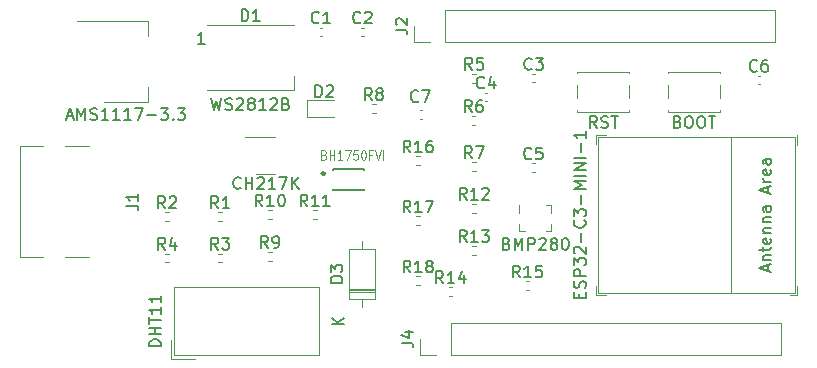
<source format=gbr>
%TF.GenerationSoftware,KiCad,Pcbnew,7.0.9-dirty*%
%TF.CreationDate,2023-12-27T00:33:38-08:00*%
%TF.ProjectId,hardware,68617264-7761-4726-952e-6b696361645f,rev?*%
%TF.SameCoordinates,Original*%
%TF.FileFunction,Legend,Top*%
%TF.FilePolarity,Positive*%
%FSLAX46Y46*%
G04 Gerber Fmt 4.6, Leading zero omitted, Abs format (unit mm)*
G04 Created by KiCad (PCBNEW 7.0.9-dirty) date 2023-12-27 00:33:38*
%MOMM*%
%LPD*%
G01*
G04 APERTURE LIST*
%ADD10C,0.150000*%
%ADD11C,0.121920*%
%ADD12C,0.120000*%
%ADD13C,0.127000*%
%ADD14C,0.254000*%
%ADD15C,0.100000*%
G04 APERTURE END LIST*
D10*
X163753333Y-68859580D02*
X163705714Y-68907200D01*
X163705714Y-68907200D02*
X163562857Y-68954819D01*
X163562857Y-68954819D02*
X163467619Y-68954819D01*
X163467619Y-68954819D02*
X163324762Y-68907200D01*
X163324762Y-68907200D02*
X163229524Y-68811961D01*
X163229524Y-68811961D02*
X163181905Y-68716723D01*
X163181905Y-68716723D02*
X163134286Y-68526247D01*
X163134286Y-68526247D02*
X163134286Y-68383390D01*
X163134286Y-68383390D02*
X163181905Y-68192914D01*
X163181905Y-68192914D02*
X163229524Y-68097676D01*
X163229524Y-68097676D02*
X163324762Y-68002438D01*
X163324762Y-68002438D02*
X163467619Y-67954819D01*
X163467619Y-67954819D02*
X163562857Y-67954819D01*
X163562857Y-67954819D02*
X163705714Y-68002438D01*
X163705714Y-68002438D02*
X163753333Y-68050057D01*
X164086667Y-67954819D02*
X164753333Y-67954819D01*
X164753333Y-67954819D02*
X164324762Y-68954819D01*
X169333333Y-67699580D02*
X169285714Y-67747200D01*
X169285714Y-67747200D02*
X169142857Y-67794819D01*
X169142857Y-67794819D02*
X169047619Y-67794819D01*
X169047619Y-67794819D02*
X168904762Y-67747200D01*
X168904762Y-67747200D02*
X168809524Y-67651961D01*
X168809524Y-67651961D02*
X168761905Y-67556723D01*
X168761905Y-67556723D02*
X168714286Y-67366247D01*
X168714286Y-67366247D02*
X168714286Y-67223390D01*
X168714286Y-67223390D02*
X168761905Y-67032914D01*
X168761905Y-67032914D02*
X168809524Y-66937676D01*
X168809524Y-66937676D02*
X168904762Y-66842438D01*
X168904762Y-66842438D02*
X169047619Y-66794819D01*
X169047619Y-66794819D02*
X169142857Y-66794819D01*
X169142857Y-66794819D02*
X169285714Y-66842438D01*
X169285714Y-66842438D02*
X169333333Y-66890057D01*
X170190476Y-67128152D02*
X170190476Y-67794819D01*
X169952381Y-66747200D02*
X169714286Y-67461485D01*
X169714286Y-67461485D02*
X170333333Y-67461485D01*
X151033333Y-81284819D02*
X150700000Y-80808628D01*
X150461905Y-81284819D02*
X150461905Y-80284819D01*
X150461905Y-80284819D02*
X150842857Y-80284819D01*
X150842857Y-80284819D02*
X150938095Y-80332438D01*
X150938095Y-80332438D02*
X150985714Y-80380057D01*
X150985714Y-80380057D02*
X151033333Y-80475295D01*
X151033333Y-80475295D02*
X151033333Y-80618152D01*
X151033333Y-80618152D02*
X150985714Y-80713390D01*
X150985714Y-80713390D02*
X150938095Y-80761009D01*
X150938095Y-80761009D02*
X150842857Y-80808628D01*
X150842857Y-80808628D02*
X150461905Y-80808628D01*
X151509524Y-81284819D02*
X151700000Y-81284819D01*
X151700000Y-81284819D02*
X151795238Y-81237200D01*
X151795238Y-81237200D02*
X151842857Y-81189580D01*
X151842857Y-81189580D02*
X151938095Y-81046723D01*
X151938095Y-81046723D02*
X151985714Y-80856247D01*
X151985714Y-80856247D02*
X151985714Y-80475295D01*
X151985714Y-80475295D02*
X151938095Y-80380057D01*
X151938095Y-80380057D02*
X151890476Y-80332438D01*
X151890476Y-80332438D02*
X151795238Y-80284819D01*
X151795238Y-80284819D02*
X151604762Y-80284819D01*
X151604762Y-80284819D02*
X151509524Y-80332438D01*
X151509524Y-80332438D02*
X151461905Y-80380057D01*
X151461905Y-80380057D02*
X151414286Y-80475295D01*
X151414286Y-80475295D02*
X151414286Y-80713390D01*
X151414286Y-80713390D02*
X151461905Y-80808628D01*
X151461905Y-80808628D02*
X151509524Y-80856247D01*
X151509524Y-80856247D02*
X151604762Y-80903866D01*
X151604762Y-80903866D02*
X151795238Y-80903866D01*
X151795238Y-80903866D02*
X151890476Y-80856247D01*
X151890476Y-80856247D02*
X151938095Y-80808628D01*
X151938095Y-80808628D02*
X151985714Y-80713390D01*
X163097142Y-83364819D02*
X162763809Y-82888628D01*
X162525714Y-83364819D02*
X162525714Y-82364819D01*
X162525714Y-82364819D02*
X162906666Y-82364819D01*
X162906666Y-82364819D02*
X163001904Y-82412438D01*
X163001904Y-82412438D02*
X163049523Y-82460057D01*
X163049523Y-82460057D02*
X163097142Y-82555295D01*
X163097142Y-82555295D02*
X163097142Y-82698152D01*
X163097142Y-82698152D02*
X163049523Y-82793390D01*
X163049523Y-82793390D02*
X163001904Y-82841009D01*
X163001904Y-82841009D02*
X162906666Y-82888628D01*
X162906666Y-82888628D02*
X162525714Y-82888628D01*
X164049523Y-83364819D02*
X163478095Y-83364819D01*
X163763809Y-83364819D02*
X163763809Y-82364819D01*
X163763809Y-82364819D02*
X163668571Y-82507676D01*
X163668571Y-82507676D02*
X163573333Y-82602914D01*
X163573333Y-82602914D02*
X163478095Y-82650533D01*
X164620952Y-82793390D02*
X164525714Y-82745771D01*
X164525714Y-82745771D02*
X164478095Y-82698152D01*
X164478095Y-82698152D02*
X164430476Y-82602914D01*
X164430476Y-82602914D02*
X164430476Y-82555295D01*
X164430476Y-82555295D02*
X164478095Y-82460057D01*
X164478095Y-82460057D02*
X164525714Y-82412438D01*
X164525714Y-82412438D02*
X164620952Y-82364819D01*
X164620952Y-82364819D02*
X164811428Y-82364819D01*
X164811428Y-82364819D02*
X164906666Y-82412438D01*
X164906666Y-82412438D02*
X164954285Y-82460057D01*
X164954285Y-82460057D02*
X165001904Y-82555295D01*
X165001904Y-82555295D02*
X165001904Y-82602914D01*
X165001904Y-82602914D02*
X164954285Y-82698152D01*
X164954285Y-82698152D02*
X164906666Y-82745771D01*
X164906666Y-82745771D02*
X164811428Y-82793390D01*
X164811428Y-82793390D02*
X164620952Y-82793390D01*
X164620952Y-82793390D02*
X164525714Y-82841009D01*
X164525714Y-82841009D02*
X164478095Y-82888628D01*
X164478095Y-82888628D02*
X164430476Y-82983866D01*
X164430476Y-82983866D02*
X164430476Y-83174342D01*
X164430476Y-83174342D02*
X164478095Y-83269580D01*
X164478095Y-83269580D02*
X164525714Y-83317200D01*
X164525714Y-83317200D02*
X164620952Y-83364819D01*
X164620952Y-83364819D02*
X164811428Y-83364819D01*
X164811428Y-83364819D02*
X164906666Y-83317200D01*
X164906666Y-83317200D02*
X164954285Y-83269580D01*
X164954285Y-83269580D02*
X165001904Y-83174342D01*
X165001904Y-83174342D02*
X165001904Y-82983866D01*
X165001904Y-82983866D02*
X164954285Y-82888628D01*
X164954285Y-82888628D02*
X164906666Y-82841009D01*
X164906666Y-82841009D02*
X164811428Y-82793390D01*
X146823333Y-81434819D02*
X146490000Y-80958628D01*
X146251905Y-81434819D02*
X146251905Y-80434819D01*
X146251905Y-80434819D02*
X146632857Y-80434819D01*
X146632857Y-80434819D02*
X146728095Y-80482438D01*
X146728095Y-80482438D02*
X146775714Y-80530057D01*
X146775714Y-80530057D02*
X146823333Y-80625295D01*
X146823333Y-80625295D02*
X146823333Y-80768152D01*
X146823333Y-80768152D02*
X146775714Y-80863390D01*
X146775714Y-80863390D02*
X146728095Y-80911009D01*
X146728095Y-80911009D02*
X146632857Y-80958628D01*
X146632857Y-80958628D02*
X146251905Y-80958628D01*
X147156667Y-80434819D02*
X147775714Y-80434819D01*
X147775714Y-80434819D02*
X147442381Y-80815771D01*
X147442381Y-80815771D02*
X147585238Y-80815771D01*
X147585238Y-80815771D02*
X147680476Y-80863390D01*
X147680476Y-80863390D02*
X147728095Y-80911009D01*
X147728095Y-80911009D02*
X147775714Y-81006247D01*
X147775714Y-81006247D02*
X147775714Y-81244342D01*
X147775714Y-81244342D02*
X147728095Y-81339580D01*
X147728095Y-81339580D02*
X147680476Y-81387200D01*
X147680476Y-81387200D02*
X147585238Y-81434819D01*
X147585238Y-81434819D02*
X147299524Y-81434819D01*
X147299524Y-81434819D02*
X147204286Y-81387200D01*
X147204286Y-81387200D02*
X147156667Y-81339580D01*
X146823333Y-77934819D02*
X146490000Y-77458628D01*
X146251905Y-77934819D02*
X146251905Y-76934819D01*
X146251905Y-76934819D02*
X146632857Y-76934819D01*
X146632857Y-76934819D02*
X146728095Y-76982438D01*
X146728095Y-76982438D02*
X146775714Y-77030057D01*
X146775714Y-77030057D02*
X146823333Y-77125295D01*
X146823333Y-77125295D02*
X146823333Y-77268152D01*
X146823333Y-77268152D02*
X146775714Y-77363390D01*
X146775714Y-77363390D02*
X146728095Y-77411009D01*
X146728095Y-77411009D02*
X146632857Y-77458628D01*
X146632857Y-77458628D02*
X146251905Y-77458628D01*
X147775714Y-77934819D02*
X147204286Y-77934819D01*
X147490000Y-77934819D02*
X147490000Y-76934819D01*
X147490000Y-76934819D02*
X147394762Y-77077676D01*
X147394762Y-77077676D02*
X147299524Y-77172914D01*
X147299524Y-77172914D02*
X147204286Y-77220533D01*
X142323333Y-77934819D02*
X141990000Y-77458628D01*
X141751905Y-77934819D02*
X141751905Y-76934819D01*
X141751905Y-76934819D02*
X142132857Y-76934819D01*
X142132857Y-76934819D02*
X142228095Y-76982438D01*
X142228095Y-76982438D02*
X142275714Y-77030057D01*
X142275714Y-77030057D02*
X142323333Y-77125295D01*
X142323333Y-77125295D02*
X142323333Y-77268152D01*
X142323333Y-77268152D02*
X142275714Y-77363390D01*
X142275714Y-77363390D02*
X142228095Y-77411009D01*
X142228095Y-77411009D02*
X142132857Y-77458628D01*
X142132857Y-77458628D02*
X141751905Y-77458628D01*
X142704286Y-77030057D02*
X142751905Y-76982438D01*
X142751905Y-76982438D02*
X142847143Y-76934819D01*
X142847143Y-76934819D02*
X143085238Y-76934819D01*
X143085238Y-76934819D02*
X143180476Y-76982438D01*
X143180476Y-76982438D02*
X143228095Y-77030057D01*
X143228095Y-77030057D02*
X143275714Y-77125295D01*
X143275714Y-77125295D02*
X143275714Y-77220533D01*
X143275714Y-77220533D02*
X143228095Y-77363390D01*
X143228095Y-77363390D02*
X142656667Y-77934819D01*
X142656667Y-77934819D02*
X143275714Y-77934819D01*
X141954819Y-89619047D02*
X140954819Y-89619047D01*
X140954819Y-89619047D02*
X140954819Y-89380952D01*
X140954819Y-89380952D02*
X141002438Y-89238095D01*
X141002438Y-89238095D02*
X141097676Y-89142857D01*
X141097676Y-89142857D02*
X141192914Y-89095238D01*
X141192914Y-89095238D02*
X141383390Y-89047619D01*
X141383390Y-89047619D02*
X141526247Y-89047619D01*
X141526247Y-89047619D02*
X141716723Y-89095238D01*
X141716723Y-89095238D02*
X141811961Y-89142857D01*
X141811961Y-89142857D02*
X141907200Y-89238095D01*
X141907200Y-89238095D02*
X141954819Y-89380952D01*
X141954819Y-89380952D02*
X141954819Y-89619047D01*
X141954819Y-88619047D02*
X140954819Y-88619047D01*
X141431009Y-88619047D02*
X141431009Y-88047619D01*
X141954819Y-88047619D02*
X140954819Y-88047619D01*
X140954819Y-87714285D02*
X140954819Y-87142857D01*
X141954819Y-87428571D02*
X140954819Y-87428571D01*
X141954819Y-86285714D02*
X141954819Y-86857142D01*
X141954819Y-86571428D02*
X140954819Y-86571428D01*
X140954819Y-86571428D02*
X141097676Y-86666666D01*
X141097676Y-86666666D02*
X141192914Y-86761904D01*
X141192914Y-86761904D02*
X141240533Y-86857142D01*
X141954819Y-85333333D02*
X141954819Y-85904761D01*
X141954819Y-85619047D02*
X140954819Y-85619047D01*
X140954819Y-85619047D02*
X141097676Y-85714285D01*
X141097676Y-85714285D02*
X141192914Y-85809523D01*
X141192914Y-85809523D02*
X141240533Y-85904761D01*
D11*
X155783320Y-73418436D02*
X155882598Y-73457141D01*
X155882598Y-73457141D02*
X155915691Y-73495845D01*
X155915691Y-73495845D02*
X155948783Y-73573255D01*
X155948783Y-73573255D02*
X155948783Y-73689369D01*
X155948783Y-73689369D02*
X155915691Y-73766779D01*
X155915691Y-73766779D02*
X155882598Y-73805484D01*
X155882598Y-73805484D02*
X155816413Y-73844188D01*
X155816413Y-73844188D02*
X155551672Y-73844188D01*
X155551672Y-73844188D02*
X155551672Y-73031388D01*
X155551672Y-73031388D02*
X155783320Y-73031388D01*
X155783320Y-73031388D02*
X155849506Y-73070093D01*
X155849506Y-73070093D02*
X155882598Y-73108798D01*
X155882598Y-73108798D02*
X155915691Y-73186207D01*
X155915691Y-73186207D02*
X155915691Y-73263617D01*
X155915691Y-73263617D02*
X155882598Y-73341026D01*
X155882598Y-73341026D02*
X155849506Y-73379731D01*
X155849506Y-73379731D02*
X155783320Y-73418436D01*
X155783320Y-73418436D02*
X155551672Y-73418436D01*
X156246616Y-73844188D02*
X156246616Y-73031388D01*
X156246616Y-73418436D02*
X156643727Y-73418436D01*
X156643727Y-73844188D02*
X156643727Y-73031388D01*
X157338672Y-73844188D02*
X156941561Y-73844188D01*
X157140116Y-73844188D02*
X157140116Y-73031388D01*
X157140116Y-73031388D02*
X157073931Y-73147503D01*
X157073931Y-73147503D02*
X157007746Y-73224912D01*
X157007746Y-73224912D02*
X156941561Y-73263617D01*
X157570319Y-73031388D02*
X158033615Y-73031388D01*
X158033615Y-73031388D02*
X157735782Y-73844188D01*
X158629281Y-73031388D02*
X158298355Y-73031388D01*
X158298355Y-73031388D02*
X158265263Y-73418436D01*
X158265263Y-73418436D02*
X158298355Y-73379731D01*
X158298355Y-73379731D02*
X158364541Y-73341026D01*
X158364541Y-73341026D02*
X158530003Y-73341026D01*
X158530003Y-73341026D02*
X158596189Y-73379731D01*
X158596189Y-73379731D02*
X158629281Y-73418436D01*
X158629281Y-73418436D02*
X158662374Y-73495845D01*
X158662374Y-73495845D02*
X158662374Y-73689369D01*
X158662374Y-73689369D02*
X158629281Y-73766779D01*
X158629281Y-73766779D02*
X158596189Y-73805484D01*
X158596189Y-73805484D02*
X158530003Y-73844188D01*
X158530003Y-73844188D02*
X158364541Y-73844188D01*
X158364541Y-73844188D02*
X158298355Y-73805484D01*
X158298355Y-73805484D02*
X158265263Y-73766779D01*
X159092577Y-73031388D02*
X159158762Y-73031388D01*
X159158762Y-73031388D02*
X159224947Y-73070093D01*
X159224947Y-73070093D02*
X159258040Y-73108798D01*
X159258040Y-73108798D02*
X159291132Y-73186207D01*
X159291132Y-73186207D02*
X159324225Y-73341026D01*
X159324225Y-73341026D02*
X159324225Y-73534550D01*
X159324225Y-73534550D02*
X159291132Y-73689369D01*
X159291132Y-73689369D02*
X159258040Y-73766779D01*
X159258040Y-73766779D02*
X159224947Y-73805484D01*
X159224947Y-73805484D02*
X159158762Y-73844188D01*
X159158762Y-73844188D02*
X159092577Y-73844188D01*
X159092577Y-73844188D02*
X159026392Y-73805484D01*
X159026392Y-73805484D02*
X158993299Y-73766779D01*
X158993299Y-73766779D02*
X158960206Y-73689369D01*
X158960206Y-73689369D02*
X158927114Y-73534550D01*
X158927114Y-73534550D02*
X158927114Y-73341026D01*
X158927114Y-73341026D02*
X158960206Y-73186207D01*
X158960206Y-73186207D02*
X158993299Y-73108798D01*
X158993299Y-73108798D02*
X159026392Y-73070093D01*
X159026392Y-73070093D02*
X159092577Y-73031388D01*
X159853705Y-73418436D02*
X159622057Y-73418436D01*
X159622057Y-73844188D02*
X159622057Y-73031388D01*
X159622057Y-73031388D02*
X159952983Y-73031388D01*
X160118446Y-73031388D02*
X160350094Y-73844188D01*
X160350094Y-73844188D02*
X160581742Y-73031388D01*
X160813389Y-73844188D02*
X160813389Y-73031388D01*
D10*
X173353333Y-66119580D02*
X173305714Y-66167200D01*
X173305714Y-66167200D02*
X173162857Y-66214819D01*
X173162857Y-66214819D02*
X173067619Y-66214819D01*
X173067619Y-66214819D02*
X172924762Y-66167200D01*
X172924762Y-66167200D02*
X172829524Y-66071961D01*
X172829524Y-66071961D02*
X172781905Y-65976723D01*
X172781905Y-65976723D02*
X172734286Y-65786247D01*
X172734286Y-65786247D02*
X172734286Y-65643390D01*
X172734286Y-65643390D02*
X172781905Y-65452914D01*
X172781905Y-65452914D02*
X172829524Y-65357676D01*
X172829524Y-65357676D02*
X172924762Y-65262438D01*
X172924762Y-65262438D02*
X173067619Y-65214819D01*
X173067619Y-65214819D02*
X173162857Y-65214819D01*
X173162857Y-65214819D02*
X173305714Y-65262438D01*
X173305714Y-65262438D02*
X173353333Y-65310057D01*
X173686667Y-65214819D02*
X174305714Y-65214819D01*
X174305714Y-65214819D02*
X173972381Y-65595771D01*
X173972381Y-65595771D02*
X174115238Y-65595771D01*
X174115238Y-65595771D02*
X174210476Y-65643390D01*
X174210476Y-65643390D02*
X174258095Y-65691009D01*
X174258095Y-65691009D02*
X174305714Y-65786247D01*
X174305714Y-65786247D02*
X174305714Y-66024342D01*
X174305714Y-66024342D02*
X174258095Y-66119580D01*
X174258095Y-66119580D02*
X174210476Y-66167200D01*
X174210476Y-66167200D02*
X174115238Y-66214819D01*
X174115238Y-66214819D02*
X173829524Y-66214819D01*
X173829524Y-66214819D02*
X173734286Y-66167200D01*
X173734286Y-66167200D02*
X173686667Y-66119580D01*
X154367142Y-77784819D02*
X154033809Y-77308628D01*
X153795714Y-77784819D02*
X153795714Y-76784819D01*
X153795714Y-76784819D02*
X154176666Y-76784819D01*
X154176666Y-76784819D02*
X154271904Y-76832438D01*
X154271904Y-76832438D02*
X154319523Y-76880057D01*
X154319523Y-76880057D02*
X154367142Y-76975295D01*
X154367142Y-76975295D02*
X154367142Y-77118152D01*
X154367142Y-77118152D02*
X154319523Y-77213390D01*
X154319523Y-77213390D02*
X154271904Y-77261009D01*
X154271904Y-77261009D02*
X154176666Y-77308628D01*
X154176666Y-77308628D02*
X153795714Y-77308628D01*
X155319523Y-77784819D02*
X154748095Y-77784819D01*
X155033809Y-77784819D02*
X155033809Y-76784819D01*
X155033809Y-76784819D02*
X154938571Y-76927676D01*
X154938571Y-76927676D02*
X154843333Y-77022914D01*
X154843333Y-77022914D02*
X154748095Y-77070533D01*
X156271904Y-77784819D02*
X155700476Y-77784819D01*
X155986190Y-77784819D02*
X155986190Y-76784819D01*
X155986190Y-76784819D02*
X155890952Y-76927676D01*
X155890952Y-76927676D02*
X155795714Y-77022914D01*
X155795714Y-77022914D02*
X155700476Y-77070533D01*
X171246428Y-80931009D02*
X171389285Y-80978628D01*
X171389285Y-80978628D02*
X171436904Y-81026247D01*
X171436904Y-81026247D02*
X171484523Y-81121485D01*
X171484523Y-81121485D02*
X171484523Y-81264342D01*
X171484523Y-81264342D02*
X171436904Y-81359580D01*
X171436904Y-81359580D02*
X171389285Y-81407200D01*
X171389285Y-81407200D02*
X171294047Y-81454819D01*
X171294047Y-81454819D02*
X170913095Y-81454819D01*
X170913095Y-81454819D02*
X170913095Y-80454819D01*
X170913095Y-80454819D02*
X171246428Y-80454819D01*
X171246428Y-80454819D02*
X171341666Y-80502438D01*
X171341666Y-80502438D02*
X171389285Y-80550057D01*
X171389285Y-80550057D02*
X171436904Y-80645295D01*
X171436904Y-80645295D02*
X171436904Y-80740533D01*
X171436904Y-80740533D02*
X171389285Y-80835771D01*
X171389285Y-80835771D02*
X171341666Y-80883390D01*
X171341666Y-80883390D02*
X171246428Y-80931009D01*
X171246428Y-80931009D02*
X170913095Y-80931009D01*
X171913095Y-81454819D02*
X171913095Y-80454819D01*
X171913095Y-80454819D02*
X172246428Y-81169104D01*
X172246428Y-81169104D02*
X172579761Y-80454819D01*
X172579761Y-80454819D02*
X172579761Y-81454819D01*
X173055952Y-81454819D02*
X173055952Y-80454819D01*
X173055952Y-80454819D02*
X173436904Y-80454819D01*
X173436904Y-80454819D02*
X173532142Y-80502438D01*
X173532142Y-80502438D02*
X173579761Y-80550057D01*
X173579761Y-80550057D02*
X173627380Y-80645295D01*
X173627380Y-80645295D02*
X173627380Y-80788152D01*
X173627380Y-80788152D02*
X173579761Y-80883390D01*
X173579761Y-80883390D02*
X173532142Y-80931009D01*
X173532142Y-80931009D02*
X173436904Y-80978628D01*
X173436904Y-80978628D02*
X173055952Y-80978628D01*
X174008333Y-80550057D02*
X174055952Y-80502438D01*
X174055952Y-80502438D02*
X174151190Y-80454819D01*
X174151190Y-80454819D02*
X174389285Y-80454819D01*
X174389285Y-80454819D02*
X174484523Y-80502438D01*
X174484523Y-80502438D02*
X174532142Y-80550057D01*
X174532142Y-80550057D02*
X174579761Y-80645295D01*
X174579761Y-80645295D02*
X174579761Y-80740533D01*
X174579761Y-80740533D02*
X174532142Y-80883390D01*
X174532142Y-80883390D02*
X173960714Y-81454819D01*
X173960714Y-81454819D02*
X174579761Y-81454819D01*
X175151190Y-80883390D02*
X175055952Y-80835771D01*
X175055952Y-80835771D02*
X175008333Y-80788152D01*
X175008333Y-80788152D02*
X174960714Y-80692914D01*
X174960714Y-80692914D02*
X174960714Y-80645295D01*
X174960714Y-80645295D02*
X175008333Y-80550057D01*
X175008333Y-80550057D02*
X175055952Y-80502438D01*
X175055952Y-80502438D02*
X175151190Y-80454819D01*
X175151190Y-80454819D02*
X175341666Y-80454819D01*
X175341666Y-80454819D02*
X175436904Y-80502438D01*
X175436904Y-80502438D02*
X175484523Y-80550057D01*
X175484523Y-80550057D02*
X175532142Y-80645295D01*
X175532142Y-80645295D02*
X175532142Y-80692914D01*
X175532142Y-80692914D02*
X175484523Y-80788152D01*
X175484523Y-80788152D02*
X175436904Y-80835771D01*
X175436904Y-80835771D02*
X175341666Y-80883390D01*
X175341666Y-80883390D02*
X175151190Y-80883390D01*
X175151190Y-80883390D02*
X175055952Y-80931009D01*
X175055952Y-80931009D02*
X175008333Y-80978628D01*
X175008333Y-80978628D02*
X174960714Y-81073866D01*
X174960714Y-81073866D02*
X174960714Y-81264342D01*
X174960714Y-81264342D02*
X175008333Y-81359580D01*
X175008333Y-81359580D02*
X175055952Y-81407200D01*
X175055952Y-81407200D02*
X175151190Y-81454819D01*
X175151190Y-81454819D02*
X175341666Y-81454819D01*
X175341666Y-81454819D02*
X175436904Y-81407200D01*
X175436904Y-81407200D02*
X175484523Y-81359580D01*
X175484523Y-81359580D02*
X175532142Y-81264342D01*
X175532142Y-81264342D02*
X175532142Y-81073866D01*
X175532142Y-81073866D02*
X175484523Y-80978628D01*
X175484523Y-80978628D02*
X175436904Y-80931009D01*
X175436904Y-80931009D02*
X175341666Y-80883390D01*
X176151190Y-80454819D02*
X176246428Y-80454819D01*
X176246428Y-80454819D02*
X176341666Y-80502438D01*
X176341666Y-80502438D02*
X176389285Y-80550057D01*
X176389285Y-80550057D02*
X176436904Y-80645295D01*
X176436904Y-80645295D02*
X176484523Y-80835771D01*
X176484523Y-80835771D02*
X176484523Y-81073866D01*
X176484523Y-81073866D02*
X176436904Y-81264342D01*
X176436904Y-81264342D02*
X176389285Y-81359580D01*
X176389285Y-81359580D02*
X176341666Y-81407200D01*
X176341666Y-81407200D02*
X176246428Y-81454819D01*
X176246428Y-81454819D02*
X176151190Y-81454819D01*
X176151190Y-81454819D02*
X176055952Y-81407200D01*
X176055952Y-81407200D02*
X176008333Y-81359580D01*
X176008333Y-81359580D02*
X175960714Y-81264342D01*
X175960714Y-81264342D02*
X175913095Y-81073866D01*
X175913095Y-81073866D02*
X175913095Y-80835771D01*
X175913095Y-80835771D02*
X175960714Y-80645295D01*
X175960714Y-80645295D02*
X176008333Y-80550057D01*
X176008333Y-80550057D02*
X176055952Y-80502438D01*
X176055952Y-80502438D02*
X176151190Y-80454819D01*
X168283333Y-69784819D02*
X167950000Y-69308628D01*
X167711905Y-69784819D02*
X167711905Y-68784819D01*
X167711905Y-68784819D02*
X168092857Y-68784819D01*
X168092857Y-68784819D02*
X168188095Y-68832438D01*
X168188095Y-68832438D02*
X168235714Y-68880057D01*
X168235714Y-68880057D02*
X168283333Y-68975295D01*
X168283333Y-68975295D02*
X168283333Y-69118152D01*
X168283333Y-69118152D02*
X168235714Y-69213390D01*
X168235714Y-69213390D02*
X168188095Y-69261009D01*
X168188095Y-69261009D02*
X168092857Y-69308628D01*
X168092857Y-69308628D02*
X167711905Y-69308628D01*
X169140476Y-68784819D02*
X168950000Y-68784819D01*
X168950000Y-68784819D02*
X168854762Y-68832438D01*
X168854762Y-68832438D02*
X168807143Y-68880057D01*
X168807143Y-68880057D02*
X168711905Y-69022914D01*
X168711905Y-69022914D02*
X168664286Y-69213390D01*
X168664286Y-69213390D02*
X168664286Y-69594342D01*
X168664286Y-69594342D02*
X168711905Y-69689580D01*
X168711905Y-69689580D02*
X168759524Y-69737200D01*
X168759524Y-69737200D02*
X168854762Y-69784819D01*
X168854762Y-69784819D02*
X169045238Y-69784819D01*
X169045238Y-69784819D02*
X169140476Y-69737200D01*
X169140476Y-69737200D02*
X169188095Y-69689580D01*
X169188095Y-69689580D02*
X169235714Y-69594342D01*
X169235714Y-69594342D02*
X169235714Y-69356247D01*
X169235714Y-69356247D02*
X169188095Y-69261009D01*
X169188095Y-69261009D02*
X169140476Y-69213390D01*
X169140476Y-69213390D02*
X169045238Y-69165771D01*
X169045238Y-69165771D02*
X168854762Y-69165771D01*
X168854762Y-69165771D02*
X168759524Y-69213390D01*
X168759524Y-69213390D02*
X168711905Y-69261009D01*
X168711905Y-69261009D02*
X168664286Y-69356247D01*
X139054819Y-77723333D02*
X139769104Y-77723333D01*
X139769104Y-77723333D02*
X139911961Y-77770952D01*
X139911961Y-77770952D02*
X140007200Y-77866190D01*
X140007200Y-77866190D02*
X140054819Y-78009047D01*
X140054819Y-78009047D02*
X140054819Y-78104285D01*
X140054819Y-76723333D02*
X140054819Y-77294761D01*
X140054819Y-77009047D02*
X139054819Y-77009047D01*
X139054819Y-77009047D02*
X139197676Y-77104285D01*
X139197676Y-77104285D02*
X139292914Y-77199523D01*
X139292914Y-77199523D02*
X139340533Y-77294761D01*
X178877380Y-71129819D02*
X178544047Y-70653628D01*
X178305952Y-71129819D02*
X178305952Y-70129819D01*
X178305952Y-70129819D02*
X178686904Y-70129819D01*
X178686904Y-70129819D02*
X178782142Y-70177438D01*
X178782142Y-70177438D02*
X178829761Y-70225057D01*
X178829761Y-70225057D02*
X178877380Y-70320295D01*
X178877380Y-70320295D02*
X178877380Y-70463152D01*
X178877380Y-70463152D02*
X178829761Y-70558390D01*
X178829761Y-70558390D02*
X178782142Y-70606009D01*
X178782142Y-70606009D02*
X178686904Y-70653628D01*
X178686904Y-70653628D02*
X178305952Y-70653628D01*
X179258333Y-71082200D02*
X179401190Y-71129819D01*
X179401190Y-71129819D02*
X179639285Y-71129819D01*
X179639285Y-71129819D02*
X179734523Y-71082200D01*
X179734523Y-71082200D02*
X179782142Y-71034580D01*
X179782142Y-71034580D02*
X179829761Y-70939342D01*
X179829761Y-70939342D02*
X179829761Y-70844104D01*
X179829761Y-70844104D02*
X179782142Y-70748866D01*
X179782142Y-70748866D02*
X179734523Y-70701247D01*
X179734523Y-70701247D02*
X179639285Y-70653628D01*
X179639285Y-70653628D02*
X179448809Y-70606009D01*
X179448809Y-70606009D02*
X179353571Y-70558390D01*
X179353571Y-70558390D02*
X179305952Y-70510771D01*
X179305952Y-70510771D02*
X179258333Y-70415533D01*
X179258333Y-70415533D02*
X179258333Y-70320295D01*
X179258333Y-70320295D02*
X179305952Y-70225057D01*
X179305952Y-70225057D02*
X179353571Y-70177438D01*
X179353571Y-70177438D02*
X179448809Y-70129819D01*
X179448809Y-70129819D02*
X179686904Y-70129819D01*
X179686904Y-70129819D02*
X179829761Y-70177438D01*
X180115476Y-70129819D02*
X180686904Y-70129819D01*
X180401190Y-71129819D02*
X180401190Y-70129819D01*
X172357142Y-83784819D02*
X172023809Y-83308628D01*
X171785714Y-83784819D02*
X171785714Y-82784819D01*
X171785714Y-82784819D02*
X172166666Y-82784819D01*
X172166666Y-82784819D02*
X172261904Y-82832438D01*
X172261904Y-82832438D02*
X172309523Y-82880057D01*
X172309523Y-82880057D02*
X172357142Y-82975295D01*
X172357142Y-82975295D02*
X172357142Y-83118152D01*
X172357142Y-83118152D02*
X172309523Y-83213390D01*
X172309523Y-83213390D02*
X172261904Y-83261009D01*
X172261904Y-83261009D02*
X172166666Y-83308628D01*
X172166666Y-83308628D02*
X171785714Y-83308628D01*
X173309523Y-83784819D02*
X172738095Y-83784819D01*
X173023809Y-83784819D02*
X173023809Y-82784819D01*
X173023809Y-82784819D02*
X172928571Y-82927676D01*
X172928571Y-82927676D02*
X172833333Y-83022914D01*
X172833333Y-83022914D02*
X172738095Y-83070533D01*
X174214285Y-82784819D02*
X173738095Y-82784819D01*
X173738095Y-82784819D02*
X173690476Y-83261009D01*
X173690476Y-83261009D02*
X173738095Y-83213390D01*
X173738095Y-83213390D02*
X173833333Y-83165771D01*
X173833333Y-83165771D02*
X174071428Y-83165771D01*
X174071428Y-83165771D02*
X174166666Y-83213390D01*
X174166666Y-83213390D02*
X174214285Y-83261009D01*
X174214285Y-83261009D02*
X174261904Y-83356247D01*
X174261904Y-83356247D02*
X174261904Y-83594342D01*
X174261904Y-83594342D02*
X174214285Y-83689580D01*
X174214285Y-83689580D02*
X174166666Y-83737200D01*
X174166666Y-83737200D02*
X174071428Y-83784819D01*
X174071428Y-83784819D02*
X173833333Y-83784819D01*
X173833333Y-83784819D02*
X173738095Y-83737200D01*
X173738095Y-83737200D02*
X173690476Y-83689580D01*
X162344819Y-89333333D02*
X163059104Y-89333333D01*
X163059104Y-89333333D02*
X163201961Y-89380952D01*
X163201961Y-89380952D02*
X163297200Y-89476190D01*
X163297200Y-89476190D02*
X163344819Y-89619047D01*
X163344819Y-89619047D02*
X163344819Y-89714285D01*
X162678152Y-88428571D02*
X163344819Y-88428571D01*
X162297200Y-88666666D02*
X163011485Y-88904761D01*
X163011485Y-88904761D02*
X163011485Y-88285714D01*
X148719642Y-76209580D02*
X148672023Y-76257200D01*
X148672023Y-76257200D02*
X148529166Y-76304819D01*
X148529166Y-76304819D02*
X148433928Y-76304819D01*
X148433928Y-76304819D02*
X148291071Y-76257200D01*
X148291071Y-76257200D02*
X148195833Y-76161961D01*
X148195833Y-76161961D02*
X148148214Y-76066723D01*
X148148214Y-76066723D02*
X148100595Y-75876247D01*
X148100595Y-75876247D02*
X148100595Y-75733390D01*
X148100595Y-75733390D02*
X148148214Y-75542914D01*
X148148214Y-75542914D02*
X148195833Y-75447676D01*
X148195833Y-75447676D02*
X148291071Y-75352438D01*
X148291071Y-75352438D02*
X148433928Y-75304819D01*
X148433928Y-75304819D02*
X148529166Y-75304819D01*
X148529166Y-75304819D02*
X148672023Y-75352438D01*
X148672023Y-75352438D02*
X148719642Y-75400057D01*
X149148214Y-76304819D02*
X149148214Y-75304819D01*
X149148214Y-75781009D02*
X149719642Y-75781009D01*
X149719642Y-76304819D02*
X149719642Y-75304819D01*
X150148214Y-75400057D02*
X150195833Y-75352438D01*
X150195833Y-75352438D02*
X150291071Y-75304819D01*
X150291071Y-75304819D02*
X150529166Y-75304819D01*
X150529166Y-75304819D02*
X150624404Y-75352438D01*
X150624404Y-75352438D02*
X150672023Y-75400057D01*
X150672023Y-75400057D02*
X150719642Y-75495295D01*
X150719642Y-75495295D02*
X150719642Y-75590533D01*
X150719642Y-75590533D02*
X150672023Y-75733390D01*
X150672023Y-75733390D02*
X150100595Y-76304819D01*
X150100595Y-76304819D02*
X150719642Y-76304819D01*
X151672023Y-76304819D02*
X151100595Y-76304819D01*
X151386309Y-76304819D02*
X151386309Y-75304819D01*
X151386309Y-75304819D02*
X151291071Y-75447676D01*
X151291071Y-75447676D02*
X151195833Y-75542914D01*
X151195833Y-75542914D02*
X151100595Y-75590533D01*
X152005357Y-75304819D02*
X152672023Y-75304819D01*
X152672023Y-75304819D02*
X152243452Y-76304819D01*
X153052976Y-76304819D02*
X153052976Y-75304819D01*
X153624404Y-76304819D02*
X153195833Y-75733390D01*
X153624404Y-75304819D02*
X153052976Y-75876247D01*
X150557142Y-77784819D02*
X150223809Y-77308628D01*
X149985714Y-77784819D02*
X149985714Y-76784819D01*
X149985714Y-76784819D02*
X150366666Y-76784819D01*
X150366666Y-76784819D02*
X150461904Y-76832438D01*
X150461904Y-76832438D02*
X150509523Y-76880057D01*
X150509523Y-76880057D02*
X150557142Y-76975295D01*
X150557142Y-76975295D02*
X150557142Y-77118152D01*
X150557142Y-77118152D02*
X150509523Y-77213390D01*
X150509523Y-77213390D02*
X150461904Y-77261009D01*
X150461904Y-77261009D02*
X150366666Y-77308628D01*
X150366666Y-77308628D02*
X149985714Y-77308628D01*
X151509523Y-77784819D02*
X150938095Y-77784819D01*
X151223809Y-77784819D02*
X151223809Y-76784819D01*
X151223809Y-76784819D02*
X151128571Y-76927676D01*
X151128571Y-76927676D02*
X151033333Y-77022914D01*
X151033333Y-77022914D02*
X150938095Y-77070533D01*
X152128571Y-76784819D02*
X152223809Y-76784819D01*
X152223809Y-76784819D02*
X152319047Y-76832438D01*
X152319047Y-76832438D02*
X152366666Y-76880057D01*
X152366666Y-76880057D02*
X152414285Y-76975295D01*
X152414285Y-76975295D02*
X152461904Y-77165771D01*
X152461904Y-77165771D02*
X152461904Y-77403866D01*
X152461904Y-77403866D02*
X152414285Y-77594342D01*
X152414285Y-77594342D02*
X152366666Y-77689580D01*
X152366666Y-77689580D02*
X152319047Y-77737200D01*
X152319047Y-77737200D02*
X152223809Y-77784819D01*
X152223809Y-77784819D02*
X152128571Y-77784819D01*
X152128571Y-77784819D02*
X152033333Y-77737200D01*
X152033333Y-77737200D02*
X151985714Y-77689580D01*
X151985714Y-77689580D02*
X151938095Y-77594342D01*
X151938095Y-77594342D02*
X151890476Y-77403866D01*
X151890476Y-77403866D02*
X151890476Y-77165771D01*
X151890476Y-77165771D02*
X151938095Y-76975295D01*
X151938095Y-76975295D02*
X151985714Y-76880057D01*
X151985714Y-76880057D02*
X152033333Y-76832438D01*
X152033333Y-76832438D02*
X152128571Y-76784819D01*
X163097142Y-73204819D02*
X162763809Y-72728628D01*
X162525714Y-73204819D02*
X162525714Y-72204819D01*
X162525714Y-72204819D02*
X162906666Y-72204819D01*
X162906666Y-72204819D02*
X163001904Y-72252438D01*
X163001904Y-72252438D02*
X163049523Y-72300057D01*
X163049523Y-72300057D02*
X163097142Y-72395295D01*
X163097142Y-72395295D02*
X163097142Y-72538152D01*
X163097142Y-72538152D02*
X163049523Y-72633390D01*
X163049523Y-72633390D02*
X163001904Y-72681009D01*
X163001904Y-72681009D02*
X162906666Y-72728628D01*
X162906666Y-72728628D02*
X162525714Y-72728628D01*
X164049523Y-73204819D02*
X163478095Y-73204819D01*
X163763809Y-73204819D02*
X163763809Y-72204819D01*
X163763809Y-72204819D02*
X163668571Y-72347676D01*
X163668571Y-72347676D02*
X163573333Y-72442914D01*
X163573333Y-72442914D02*
X163478095Y-72490533D01*
X164906666Y-72204819D02*
X164716190Y-72204819D01*
X164716190Y-72204819D02*
X164620952Y-72252438D01*
X164620952Y-72252438D02*
X164573333Y-72300057D01*
X164573333Y-72300057D02*
X164478095Y-72442914D01*
X164478095Y-72442914D02*
X164430476Y-72633390D01*
X164430476Y-72633390D02*
X164430476Y-73014342D01*
X164430476Y-73014342D02*
X164478095Y-73109580D01*
X164478095Y-73109580D02*
X164525714Y-73157200D01*
X164525714Y-73157200D02*
X164620952Y-73204819D01*
X164620952Y-73204819D02*
X164811428Y-73204819D01*
X164811428Y-73204819D02*
X164906666Y-73157200D01*
X164906666Y-73157200D02*
X164954285Y-73109580D01*
X164954285Y-73109580D02*
X165001904Y-73014342D01*
X165001904Y-73014342D02*
X165001904Y-72776247D01*
X165001904Y-72776247D02*
X164954285Y-72681009D01*
X164954285Y-72681009D02*
X164906666Y-72633390D01*
X164906666Y-72633390D02*
X164811428Y-72585771D01*
X164811428Y-72585771D02*
X164620952Y-72585771D01*
X164620952Y-72585771D02*
X164525714Y-72633390D01*
X164525714Y-72633390D02*
X164478095Y-72681009D01*
X164478095Y-72681009D02*
X164430476Y-72776247D01*
X173333333Y-73699580D02*
X173285714Y-73747200D01*
X173285714Y-73747200D02*
X173142857Y-73794819D01*
X173142857Y-73794819D02*
X173047619Y-73794819D01*
X173047619Y-73794819D02*
X172904762Y-73747200D01*
X172904762Y-73747200D02*
X172809524Y-73651961D01*
X172809524Y-73651961D02*
X172761905Y-73556723D01*
X172761905Y-73556723D02*
X172714286Y-73366247D01*
X172714286Y-73366247D02*
X172714286Y-73223390D01*
X172714286Y-73223390D02*
X172761905Y-73032914D01*
X172761905Y-73032914D02*
X172809524Y-72937676D01*
X172809524Y-72937676D02*
X172904762Y-72842438D01*
X172904762Y-72842438D02*
X173047619Y-72794819D01*
X173047619Y-72794819D02*
X173142857Y-72794819D01*
X173142857Y-72794819D02*
X173285714Y-72842438D01*
X173285714Y-72842438D02*
X173333333Y-72890057D01*
X174238095Y-72794819D02*
X173761905Y-72794819D01*
X173761905Y-72794819D02*
X173714286Y-73271009D01*
X173714286Y-73271009D02*
X173761905Y-73223390D01*
X173761905Y-73223390D02*
X173857143Y-73175771D01*
X173857143Y-73175771D02*
X174095238Y-73175771D01*
X174095238Y-73175771D02*
X174190476Y-73223390D01*
X174190476Y-73223390D02*
X174238095Y-73271009D01*
X174238095Y-73271009D02*
X174285714Y-73366247D01*
X174285714Y-73366247D02*
X174285714Y-73604342D01*
X174285714Y-73604342D02*
X174238095Y-73699580D01*
X174238095Y-73699580D02*
X174190476Y-73747200D01*
X174190476Y-73747200D02*
X174095238Y-73794819D01*
X174095238Y-73794819D02*
X173857143Y-73794819D01*
X173857143Y-73794819D02*
X173761905Y-73747200D01*
X173761905Y-73747200D02*
X173714286Y-73699580D01*
X148811905Y-62104819D02*
X148811905Y-61104819D01*
X148811905Y-61104819D02*
X149050000Y-61104819D01*
X149050000Y-61104819D02*
X149192857Y-61152438D01*
X149192857Y-61152438D02*
X149288095Y-61247676D01*
X149288095Y-61247676D02*
X149335714Y-61342914D01*
X149335714Y-61342914D02*
X149383333Y-61533390D01*
X149383333Y-61533390D02*
X149383333Y-61676247D01*
X149383333Y-61676247D02*
X149335714Y-61866723D01*
X149335714Y-61866723D02*
X149288095Y-61961961D01*
X149288095Y-61961961D02*
X149192857Y-62057200D01*
X149192857Y-62057200D02*
X149050000Y-62104819D01*
X149050000Y-62104819D02*
X148811905Y-62104819D01*
X150335714Y-62104819D02*
X149764286Y-62104819D01*
X150050000Y-62104819D02*
X150050000Y-61104819D01*
X150050000Y-61104819D02*
X149954762Y-61247676D01*
X149954762Y-61247676D02*
X149859524Y-61342914D01*
X149859524Y-61342914D02*
X149764286Y-61390533D01*
X146240476Y-68604819D02*
X146478571Y-69604819D01*
X146478571Y-69604819D02*
X146669047Y-68890533D01*
X146669047Y-68890533D02*
X146859523Y-69604819D01*
X146859523Y-69604819D02*
X147097619Y-68604819D01*
X147430952Y-69557200D02*
X147573809Y-69604819D01*
X147573809Y-69604819D02*
X147811904Y-69604819D01*
X147811904Y-69604819D02*
X147907142Y-69557200D01*
X147907142Y-69557200D02*
X147954761Y-69509580D01*
X147954761Y-69509580D02*
X148002380Y-69414342D01*
X148002380Y-69414342D02*
X148002380Y-69319104D01*
X148002380Y-69319104D02*
X147954761Y-69223866D01*
X147954761Y-69223866D02*
X147907142Y-69176247D01*
X147907142Y-69176247D02*
X147811904Y-69128628D01*
X147811904Y-69128628D02*
X147621428Y-69081009D01*
X147621428Y-69081009D02*
X147526190Y-69033390D01*
X147526190Y-69033390D02*
X147478571Y-68985771D01*
X147478571Y-68985771D02*
X147430952Y-68890533D01*
X147430952Y-68890533D02*
X147430952Y-68795295D01*
X147430952Y-68795295D02*
X147478571Y-68700057D01*
X147478571Y-68700057D02*
X147526190Y-68652438D01*
X147526190Y-68652438D02*
X147621428Y-68604819D01*
X147621428Y-68604819D02*
X147859523Y-68604819D01*
X147859523Y-68604819D02*
X148002380Y-68652438D01*
X148383333Y-68700057D02*
X148430952Y-68652438D01*
X148430952Y-68652438D02*
X148526190Y-68604819D01*
X148526190Y-68604819D02*
X148764285Y-68604819D01*
X148764285Y-68604819D02*
X148859523Y-68652438D01*
X148859523Y-68652438D02*
X148907142Y-68700057D01*
X148907142Y-68700057D02*
X148954761Y-68795295D01*
X148954761Y-68795295D02*
X148954761Y-68890533D01*
X148954761Y-68890533D02*
X148907142Y-69033390D01*
X148907142Y-69033390D02*
X148335714Y-69604819D01*
X148335714Y-69604819D02*
X148954761Y-69604819D01*
X149526190Y-69033390D02*
X149430952Y-68985771D01*
X149430952Y-68985771D02*
X149383333Y-68938152D01*
X149383333Y-68938152D02*
X149335714Y-68842914D01*
X149335714Y-68842914D02*
X149335714Y-68795295D01*
X149335714Y-68795295D02*
X149383333Y-68700057D01*
X149383333Y-68700057D02*
X149430952Y-68652438D01*
X149430952Y-68652438D02*
X149526190Y-68604819D01*
X149526190Y-68604819D02*
X149716666Y-68604819D01*
X149716666Y-68604819D02*
X149811904Y-68652438D01*
X149811904Y-68652438D02*
X149859523Y-68700057D01*
X149859523Y-68700057D02*
X149907142Y-68795295D01*
X149907142Y-68795295D02*
X149907142Y-68842914D01*
X149907142Y-68842914D02*
X149859523Y-68938152D01*
X149859523Y-68938152D02*
X149811904Y-68985771D01*
X149811904Y-68985771D02*
X149716666Y-69033390D01*
X149716666Y-69033390D02*
X149526190Y-69033390D01*
X149526190Y-69033390D02*
X149430952Y-69081009D01*
X149430952Y-69081009D02*
X149383333Y-69128628D01*
X149383333Y-69128628D02*
X149335714Y-69223866D01*
X149335714Y-69223866D02*
X149335714Y-69414342D01*
X149335714Y-69414342D02*
X149383333Y-69509580D01*
X149383333Y-69509580D02*
X149430952Y-69557200D01*
X149430952Y-69557200D02*
X149526190Y-69604819D01*
X149526190Y-69604819D02*
X149716666Y-69604819D01*
X149716666Y-69604819D02*
X149811904Y-69557200D01*
X149811904Y-69557200D02*
X149859523Y-69509580D01*
X149859523Y-69509580D02*
X149907142Y-69414342D01*
X149907142Y-69414342D02*
X149907142Y-69223866D01*
X149907142Y-69223866D02*
X149859523Y-69128628D01*
X149859523Y-69128628D02*
X149811904Y-69081009D01*
X149811904Y-69081009D02*
X149716666Y-69033390D01*
X150859523Y-69604819D02*
X150288095Y-69604819D01*
X150573809Y-69604819D02*
X150573809Y-68604819D01*
X150573809Y-68604819D02*
X150478571Y-68747676D01*
X150478571Y-68747676D02*
X150383333Y-68842914D01*
X150383333Y-68842914D02*
X150288095Y-68890533D01*
X151240476Y-68700057D02*
X151288095Y-68652438D01*
X151288095Y-68652438D02*
X151383333Y-68604819D01*
X151383333Y-68604819D02*
X151621428Y-68604819D01*
X151621428Y-68604819D02*
X151716666Y-68652438D01*
X151716666Y-68652438D02*
X151764285Y-68700057D01*
X151764285Y-68700057D02*
X151811904Y-68795295D01*
X151811904Y-68795295D02*
X151811904Y-68890533D01*
X151811904Y-68890533D02*
X151764285Y-69033390D01*
X151764285Y-69033390D02*
X151192857Y-69604819D01*
X151192857Y-69604819D02*
X151811904Y-69604819D01*
X152573809Y-69081009D02*
X152716666Y-69128628D01*
X152716666Y-69128628D02*
X152764285Y-69176247D01*
X152764285Y-69176247D02*
X152811904Y-69271485D01*
X152811904Y-69271485D02*
X152811904Y-69414342D01*
X152811904Y-69414342D02*
X152764285Y-69509580D01*
X152764285Y-69509580D02*
X152716666Y-69557200D01*
X152716666Y-69557200D02*
X152621428Y-69604819D01*
X152621428Y-69604819D02*
X152240476Y-69604819D01*
X152240476Y-69604819D02*
X152240476Y-68604819D01*
X152240476Y-68604819D02*
X152573809Y-68604819D01*
X152573809Y-68604819D02*
X152669047Y-68652438D01*
X152669047Y-68652438D02*
X152716666Y-68700057D01*
X152716666Y-68700057D02*
X152764285Y-68795295D01*
X152764285Y-68795295D02*
X152764285Y-68890533D01*
X152764285Y-68890533D02*
X152716666Y-68985771D01*
X152716666Y-68985771D02*
X152669047Y-69033390D01*
X152669047Y-69033390D02*
X152573809Y-69081009D01*
X152573809Y-69081009D02*
X152240476Y-69081009D01*
X145685714Y-64004819D02*
X145114286Y-64004819D01*
X145400000Y-64004819D02*
X145400000Y-63004819D01*
X145400000Y-63004819D02*
X145304762Y-63147676D01*
X145304762Y-63147676D02*
X145209524Y-63242914D01*
X145209524Y-63242914D02*
X145114286Y-63290533D01*
X177401009Y-85523808D02*
X177401009Y-85190475D01*
X177924819Y-85047618D02*
X177924819Y-85523808D01*
X177924819Y-85523808D02*
X176924819Y-85523808D01*
X176924819Y-85523808D02*
X176924819Y-85047618D01*
X177877200Y-84666665D02*
X177924819Y-84523808D01*
X177924819Y-84523808D02*
X177924819Y-84285713D01*
X177924819Y-84285713D02*
X177877200Y-84190475D01*
X177877200Y-84190475D02*
X177829580Y-84142856D01*
X177829580Y-84142856D02*
X177734342Y-84095237D01*
X177734342Y-84095237D02*
X177639104Y-84095237D01*
X177639104Y-84095237D02*
X177543866Y-84142856D01*
X177543866Y-84142856D02*
X177496247Y-84190475D01*
X177496247Y-84190475D02*
X177448628Y-84285713D01*
X177448628Y-84285713D02*
X177401009Y-84476189D01*
X177401009Y-84476189D02*
X177353390Y-84571427D01*
X177353390Y-84571427D02*
X177305771Y-84619046D01*
X177305771Y-84619046D02*
X177210533Y-84666665D01*
X177210533Y-84666665D02*
X177115295Y-84666665D01*
X177115295Y-84666665D02*
X177020057Y-84619046D01*
X177020057Y-84619046D02*
X176972438Y-84571427D01*
X176972438Y-84571427D02*
X176924819Y-84476189D01*
X176924819Y-84476189D02*
X176924819Y-84238094D01*
X176924819Y-84238094D02*
X176972438Y-84095237D01*
X177924819Y-83666665D02*
X176924819Y-83666665D01*
X176924819Y-83666665D02*
X176924819Y-83285713D01*
X176924819Y-83285713D02*
X176972438Y-83190475D01*
X176972438Y-83190475D02*
X177020057Y-83142856D01*
X177020057Y-83142856D02*
X177115295Y-83095237D01*
X177115295Y-83095237D02*
X177258152Y-83095237D01*
X177258152Y-83095237D02*
X177353390Y-83142856D01*
X177353390Y-83142856D02*
X177401009Y-83190475D01*
X177401009Y-83190475D02*
X177448628Y-83285713D01*
X177448628Y-83285713D02*
X177448628Y-83666665D01*
X176924819Y-82761903D02*
X176924819Y-82142856D01*
X176924819Y-82142856D02*
X177305771Y-82476189D01*
X177305771Y-82476189D02*
X177305771Y-82333332D01*
X177305771Y-82333332D02*
X177353390Y-82238094D01*
X177353390Y-82238094D02*
X177401009Y-82190475D01*
X177401009Y-82190475D02*
X177496247Y-82142856D01*
X177496247Y-82142856D02*
X177734342Y-82142856D01*
X177734342Y-82142856D02*
X177829580Y-82190475D01*
X177829580Y-82190475D02*
X177877200Y-82238094D01*
X177877200Y-82238094D02*
X177924819Y-82333332D01*
X177924819Y-82333332D02*
X177924819Y-82619046D01*
X177924819Y-82619046D02*
X177877200Y-82714284D01*
X177877200Y-82714284D02*
X177829580Y-82761903D01*
X177020057Y-81761903D02*
X176972438Y-81714284D01*
X176972438Y-81714284D02*
X176924819Y-81619046D01*
X176924819Y-81619046D02*
X176924819Y-81380951D01*
X176924819Y-81380951D02*
X176972438Y-81285713D01*
X176972438Y-81285713D02*
X177020057Y-81238094D01*
X177020057Y-81238094D02*
X177115295Y-81190475D01*
X177115295Y-81190475D02*
X177210533Y-81190475D01*
X177210533Y-81190475D02*
X177353390Y-81238094D01*
X177353390Y-81238094D02*
X177924819Y-81809522D01*
X177924819Y-81809522D02*
X177924819Y-81190475D01*
X177543866Y-80761903D02*
X177543866Y-79999999D01*
X177829580Y-78952380D02*
X177877200Y-78999999D01*
X177877200Y-78999999D02*
X177924819Y-79142856D01*
X177924819Y-79142856D02*
X177924819Y-79238094D01*
X177924819Y-79238094D02*
X177877200Y-79380951D01*
X177877200Y-79380951D02*
X177781961Y-79476189D01*
X177781961Y-79476189D02*
X177686723Y-79523808D01*
X177686723Y-79523808D02*
X177496247Y-79571427D01*
X177496247Y-79571427D02*
X177353390Y-79571427D01*
X177353390Y-79571427D02*
X177162914Y-79523808D01*
X177162914Y-79523808D02*
X177067676Y-79476189D01*
X177067676Y-79476189D02*
X176972438Y-79380951D01*
X176972438Y-79380951D02*
X176924819Y-79238094D01*
X176924819Y-79238094D02*
X176924819Y-79142856D01*
X176924819Y-79142856D02*
X176972438Y-78999999D01*
X176972438Y-78999999D02*
X177020057Y-78952380D01*
X176924819Y-78619046D02*
X176924819Y-77999999D01*
X176924819Y-77999999D02*
X177305771Y-78333332D01*
X177305771Y-78333332D02*
X177305771Y-78190475D01*
X177305771Y-78190475D02*
X177353390Y-78095237D01*
X177353390Y-78095237D02*
X177401009Y-78047618D01*
X177401009Y-78047618D02*
X177496247Y-77999999D01*
X177496247Y-77999999D02*
X177734342Y-77999999D01*
X177734342Y-77999999D02*
X177829580Y-78047618D01*
X177829580Y-78047618D02*
X177877200Y-78095237D01*
X177877200Y-78095237D02*
X177924819Y-78190475D01*
X177924819Y-78190475D02*
X177924819Y-78476189D01*
X177924819Y-78476189D02*
X177877200Y-78571427D01*
X177877200Y-78571427D02*
X177829580Y-78619046D01*
X177543866Y-77571427D02*
X177543866Y-76809523D01*
X177924819Y-76333332D02*
X176924819Y-76333332D01*
X176924819Y-76333332D02*
X177639104Y-75999999D01*
X177639104Y-75999999D02*
X176924819Y-75666666D01*
X176924819Y-75666666D02*
X177924819Y-75666666D01*
X177924819Y-75190475D02*
X176924819Y-75190475D01*
X177924819Y-74714285D02*
X176924819Y-74714285D01*
X176924819Y-74714285D02*
X177924819Y-74142857D01*
X177924819Y-74142857D02*
X176924819Y-74142857D01*
X177924819Y-73666666D02*
X176924819Y-73666666D01*
X177543866Y-73190476D02*
X177543866Y-72428572D01*
X177924819Y-71428572D02*
X177924819Y-72000000D01*
X177924819Y-71714286D02*
X176924819Y-71714286D01*
X176924819Y-71714286D02*
X177067676Y-71809524D01*
X177067676Y-71809524D02*
X177162914Y-71904762D01*
X177162914Y-71904762D02*
X177210533Y-72000000D01*
X193339104Y-83261905D02*
X193339104Y-82785715D01*
X193624819Y-83357143D02*
X192624819Y-83023810D01*
X192624819Y-83023810D02*
X193624819Y-82690477D01*
X192958152Y-82357143D02*
X193624819Y-82357143D01*
X193053390Y-82357143D02*
X193005771Y-82309524D01*
X193005771Y-82309524D02*
X192958152Y-82214286D01*
X192958152Y-82214286D02*
X192958152Y-82071429D01*
X192958152Y-82071429D02*
X193005771Y-81976191D01*
X193005771Y-81976191D02*
X193101009Y-81928572D01*
X193101009Y-81928572D02*
X193624819Y-81928572D01*
X192958152Y-81595238D02*
X192958152Y-81214286D01*
X192624819Y-81452381D02*
X193481961Y-81452381D01*
X193481961Y-81452381D02*
X193577200Y-81404762D01*
X193577200Y-81404762D02*
X193624819Y-81309524D01*
X193624819Y-81309524D02*
X193624819Y-81214286D01*
X193577200Y-80500000D02*
X193624819Y-80595238D01*
X193624819Y-80595238D02*
X193624819Y-80785714D01*
X193624819Y-80785714D02*
X193577200Y-80880952D01*
X193577200Y-80880952D02*
X193481961Y-80928571D01*
X193481961Y-80928571D02*
X193101009Y-80928571D01*
X193101009Y-80928571D02*
X193005771Y-80880952D01*
X193005771Y-80880952D02*
X192958152Y-80785714D01*
X192958152Y-80785714D02*
X192958152Y-80595238D01*
X192958152Y-80595238D02*
X193005771Y-80500000D01*
X193005771Y-80500000D02*
X193101009Y-80452381D01*
X193101009Y-80452381D02*
X193196247Y-80452381D01*
X193196247Y-80452381D02*
X193291485Y-80928571D01*
X192958152Y-80023809D02*
X193624819Y-80023809D01*
X193053390Y-80023809D02*
X193005771Y-79976190D01*
X193005771Y-79976190D02*
X192958152Y-79880952D01*
X192958152Y-79880952D02*
X192958152Y-79738095D01*
X192958152Y-79738095D02*
X193005771Y-79642857D01*
X193005771Y-79642857D02*
X193101009Y-79595238D01*
X193101009Y-79595238D02*
X193624819Y-79595238D01*
X192958152Y-79119047D02*
X193624819Y-79119047D01*
X193053390Y-79119047D02*
X193005771Y-79071428D01*
X193005771Y-79071428D02*
X192958152Y-78976190D01*
X192958152Y-78976190D02*
X192958152Y-78833333D01*
X192958152Y-78833333D02*
X193005771Y-78738095D01*
X193005771Y-78738095D02*
X193101009Y-78690476D01*
X193101009Y-78690476D02*
X193624819Y-78690476D01*
X193624819Y-77785714D02*
X193101009Y-77785714D01*
X193101009Y-77785714D02*
X193005771Y-77833333D01*
X193005771Y-77833333D02*
X192958152Y-77928571D01*
X192958152Y-77928571D02*
X192958152Y-78119047D01*
X192958152Y-78119047D02*
X193005771Y-78214285D01*
X193577200Y-77785714D02*
X193624819Y-77880952D01*
X193624819Y-77880952D02*
X193624819Y-78119047D01*
X193624819Y-78119047D02*
X193577200Y-78214285D01*
X193577200Y-78214285D02*
X193481961Y-78261904D01*
X193481961Y-78261904D02*
X193386723Y-78261904D01*
X193386723Y-78261904D02*
X193291485Y-78214285D01*
X193291485Y-78214285D02*
X193243866Y-78119047D01*
X193243866Y-78119047D02*
X193243866Y-77880952D01*
X193243866Y-77880952D02*
X193196247Y-77785714D01*
X193339104Y-76595237D02*
X193339104Y-76119047D01*
X193624819Y-76690475D02*
X192624819Y-76357142D01*
X192624819Y-76357142D02*
X193624819Y-76023809D01*
X193624819Y-75690475D02*
X192958152Y-75690475D01*
X193148628Y-75690475D02*
X193053390Y-75642856D01*
X193053390Y-75642856D02*
X193005771Y-75595237D01*
X193005771Y-75595237D02*
X192958152Y-75499999D01*
X192958152Y-75499999D02*
X192958152Y-75404761D01*
X193577200Y-74690475D02*
X193624819Y-74785713D01*
X193624819Y-74785713D02*
X193624819Y-74976189D01*
X193624819Y-74976189D02*
X193577200Y-75071427D01*
X193577200Y-75071427D02*
X193481961Y-75119046D01*
X193481961Y-75119046D02*
X193101009Y-75119046D01*
X193101009Y-75119046D02*
X193005771Y-75071427D01*
X193005771Y-75071427D02*
X192958152Y-74976189D01*
X192958152Y-74976189D02*
X192958152Y-74785713D01*
X192958152Y-74785713D02*
X193005771Y-74690475D01*
X193005771Y-74690475D02*
X193101009Y-74642856D01*
X193101009Y-74642856D02*
X193196247Y-74642856D01*
X193196247Y-74642856D02*
X193291485Y-75119046D01*
X193624819Y-73785713D02*
X193101009Y-73785713D01*
X193101009Y-73785713D02*
X193005771Y-73833332D01*
X193005771Y-73833332D02*
X192958152Y-73928570D01*
X192958152Y-73928570D02*
X192958152Y-74119046D01*
X192958152Y-74119046D02*
X193005771Y-74214284D01*
X193577200Y-73785713D02*
X193624819Y-73880951D01*
X193624819Y-73880951D02*
X193624819Y-74119046D01*
X193624819Y-74119046D02*
X193577200Y-74214284D01*
X193577200Y-74214284D02*
X193481961Y-74261903D01*
X193481961Y-74261903D02*
X193386723Y-74261903D01*
X193386723Y-74261903D02*
X193291485Y-74214284D01*
X193291485Y-74214284D02*
X193243866Y-74119046D01*
X193243866Y-74119046D02*
X193243866Y-73880951D01*
X193243866Y-73880951D02*
X193196247Y-73785713D01*
X157334819Y-84238094D02*
X156334819Y-84238094D01*
X156334819Y-84238094D02*
X156334819Y-83999999D01*
X156334819Y-83999999D02*
X156382438Y-83857142D01*
X156382438Y-83857142D02*
X156477676Y-83761904D01*
X156477676Y-83761904D02*
X156572914Y-83714285D01*
X156572914Y-83714285D02*
X156763390Y-83666666D01*
X156763390Y-83666666D02*
X156906247Y-83666666D01*
X156906247Y-83666666D02*
X157096723Y-83714285D01*
X157096723Y-83714285D02*
X157191961Y-83761904D01*
X157191961Y-83761904D02*
X157287200Y-83857142D01*
X157287200Y-83857142D02*
X157334819Y-83999999D01*
X157334819Y-83999999D02*
X157334819Y-84238094D01*
X156334819Y-83333332D02*
X156334819Y-82714285D01*
X156334819Y-82714285D02*
X156715771Y-83047618D01*
X156715771Y-83047618D02*
X156715771Y-82904761D01*
X156715771Y-82904761D02*
X156763390Y-82809523D01*
X156763390Y-82809523D02*
X156811009Y-82761904D01*
X156811009Y-82761904D02*
X156906247Y-82714285D01*
X156906247Y-82714285D02*
X157144342Y-82714285D01*
X157144342Y-82714285D02*
X157239580Y-82761904D01*
X157239580Y-82761904D02*
X157287200Y-82809523D01*
X157287200Y-82809523D02*
X157334819Y-82904761D01*
X157334819Y-82904761D02*
X157334819Y-83190475D01*
X157334819Y-83190475D02*
X157287200Y-83285713D01*
X157287200Y-83285713D02*
X157239580Y-83333332D01*
X157454819Y-87761904D02*
X156454819Y-87761904D01*
X157454819Y-87190476D02*
X156883390Y-87619047D01*
X156454819Y-87190476D02*
X157026247Y-87761904D01*
X155353333Y-62199580D02*
X155305714Y-62247200D01*
X155305714Y-62247200D02*
X155162857Y-62294819D01*
X155162857Y-62294819D02*
X155067619Y-62294819D01*
X155067619Y-62294819D02*
X154924762Y-62247200D01*
X154924762Y-62247200D02*
X154829524Y-62151961D01*
X154829524Y-62151961D02*
X154781905Y-62056723D01*
X154781905Y-62056723D02*
X154734286Y-61866247D01*
X154734286Y-61866247D02*
X154734286Y-61723390D01*
X154734286Y-61723390D02*
X154781905Y-61532914D01*
X154781905Y-61532914D02*
X154829524Y-61437676D01*
X154829524Y-61437676D02*
X154924762Y-61342438D01*
X154924762Y-61342438D02*
X155067619Y-61294819D01*
X155067619Y-61294819D02*
X155162857Y-61294819D01*
X155162857Y-61294819D02*
X155305714Y-61342438D01*
X155305714Y-61342438D02*
X155353333Y-61390057D01*
X156305714Y-62294819D02*
X155734286Y-62294819D01*
X156020000Y-62294819D02*
X156020000Y-61294819D01*
X156020000Y-61294819D02*
X155924762Y-61437676D01*
X155924762Y-61437676D02*
X155829524Y-61532914D01*
X155829524Y-61532914D02*
X155734286Y-61580533D01*
X192428333Y-66274580D02*
X192380714Y-66322200D01*
X192380714Y-66322200D02*
X192237857Y-66369819D01*
X192237857Y-66369819D02*
X192142619Y-66369819D01*
X192142619Y-66369819D02*
X191999762Y-66322200D01*
X191999762Y-66322200D02*
X191904524Y-66226961D01*
X191904524Y-66226961D02*
X191856905Y-66131723D01*
X191856905Y-66131723D02*
X191809286Y-65941247D01*
X191809286Y-65941247D02*
X191809286Y-65798390D01*
X191809286Y-65798390D02*
X191856905Y-65607914D01*
X191856905Y-65607914D02*
X191904524Y-65512676D01*
X191904524Y-65512676D02*
X191999762Y-65417438D01*
X191999762Y-65417438D02*
X192142619Y-65369819D01*
X192142619Y-65369819D02*
X192237857Y-65369819D01*
X192237857Y-65369819D02*
X192380714Y-65417438D01*
X192380714Y-65417438D02*
X192428333Y-65465057D01*
X193285476Y-65369819D02*
X193095000Y-65369819D01*
X193095000Y-65369819D02*
X192999762Y-65417438D01*
X192999762Y-65417438D02*
X192952143Y-65465057D01*
X192952143Y-65465057D02*
X192856905Y-65607914D01*
X192856905Y-65607914D02*
X192809286Y-65798390D01*
X192809286Y-65798390D02*
X192809286Y-66179342D01*
X192809286Y-66179342D02*
X192856905Y-66274580D01*
X192856905Y-66274580D02*
X192904524Y-66322200D01*
X192904524Y-66322200D02*
X192999762Y-66369819D01*
X192999762Y-66369819D02*
X193190238Y-66369819D01*
X193190238Y-66369819D02*
X193285476Y-66322200D01*
X193285476Y-66322200D02*
X193333095Y-66274580D01*
X193333095Y-66274580D02*
X193380714Y-66179342D01*
X193380714Y-66179342D02*
X193380714Y-65941247D01*
X193380714Y-65941247D02*
X193333095Y-65846009D01*
X193333095Y-65846009D02*
X193285476Y-65798390D01*
X193285476Y-65798390D02*
X193190238Y-65750771D01*
X193190238Y-65750771D02*
X192999762Y-65750771D01*
X192999762Y-65750771D02*
X192904524Y-65798390D01*
X192904524Y-65798390D02*
X192856905Y-65846009D01*
X192856905Y-65846009D02*
X192809286Y-65941247D01*
X185717857Y-70606009D02*
X185860714Y-70653628D01*
X185860714Y-70653628D02*
X185908333Y-70701247D01*
X185908333Y-70701247D02*
X185955952Y-70796485D01*
X185955952Y-70796485D02*
X185955952Y-70939342D01*
X185955952Y-70939342D02*
X185908333Y-71034580D01*
X185908333Y-71034580D02*
X185860714Y-71082200D01*
X185860714Y-71082200D02*
X185765476Y-71129819D01*
X185765476Y-71129819D02*
X185384524Y-71129819D01*
X185384524Y-71129819D02*
X185384524Y-70129819D01*
X185384524Y-70129819D02*
X185717857Y-70129819D01*
X185717857Y-70129819D02*
X185813095Y-70177438D01*
X185813095Y-70177438D02*
X185860714Y-70225057D01*
X185860714Y-70225057D02*
X185908333Y-70320295D01*
X185908333Y-70320295D02*
X185908333Y-70415533D01*
X185908333Y-70415533D02*
X185860714Y-70510771D01*
X185860714Y-70510771D02*
X185813095Y-70558390D01*
X185813095Y-70558390D02*
X185717857Y-70606009D01*
X185717857Y-70606009D02*
X185384524Y-70606009D01*
X186575000Y-70129819D02*
X186765476Y-70129819D01*
X186765476Y-70129819D02*
X186860714Y-70177438D01*
X186860714Y-70177438D02*
X186955952Y-70272676D01*
X186955952Y-70272676D02*
X187003571Y-70463152D01*
X187003571Y-70463152D02*
X187003571Y-70796485D01*
X187003571Y-70796485D02*
X186955952Y-70986961D01*
X186955952Y-70986961D02*
X186860714Y-71082200D01*
X186860714Y-71082200D02*
X186765476Y-71129819D01*
X186765476Y-71129819D02*
X186575000Y-71129819D01*
X186575000Y-71129819D02*
X186479762Y-71082200D01*
X186479762Y-71082200D02*
X186384524Y-70986961D01*
X186384524Y-70986961D02*
X186336905Y-70796485D01*
X186336905Y-70796485D02*
X186336905Y-70463152D01*
X186336905Y-70463152D02*
X186384524Y-70272676D01*
X186384524Y-70272676D02*
X186479762Y-70177438D01*
X186479762Y-70177438D02*
X186575000Y-70129819D01*
X187622619Y-70129819D02*
X187813095Y-70129819D01*
X187813095Y-70129819D02*
X187908333Y-70177438D01*
X187908333Y-70177438D02*
X188003571Y-70272676D01*
X188003571Y-70272676D02*
X188051190Y-70463152D01*
X188051190Y-70463152D02*
X188051190Y-70796485D01*
X188051190Y-70796485D02*
X188003571Y-70986961D01*
X188003571Y-70986961D02*
X187908333Y-71082200D01*
X187908333Y-71082200D02*
X187813095Y-71129819D01*
X187813095Y-71129819D02*
X187622619Y-71129819D01*
X187622619Y-71129819D02*
X187527381Y-71082200D01*
X187527381Y-71082200D02*
X187432143Y-70986961D01*
X187432143Y-70986961D02*
X187384524Y-70796485D01*
X187384524Y-70796485D02*
X187384524Y-70463152D01*
X187384524Y-70463152D02*
X187432143Y-70272676D01*
X187432143Y-70272676D02*
X187527381Y-70177438D01*
X187527381Y-70177438D02*
X187622619Y-70129819D01*
X188336905Y-70129819D02*
X188908333Y-70129819D01*
X188622619Y-71129819D02*
X188622619Y-70129819D01*
X168323333Y-66204819D02*
X167990000Y-65728628D01*
X167751905Y-66204819D02*
X167751905Y-65204819D01*
X167751905Y-65204819D02*
X168132857Y-65204819D01*
X168132857Y-65204819D02*
X168228095Y-65252438D01*
X168228095Y-65252438D02*
X168275714Y-65300057D01*
X168275714Y-65300057D02*
X168323333Y-65395295D01*
X168323333Y-65395295D02*
X168323333Y-65538152D01*
X168323333Y-65538152D02*
X168275714Y-65633390D01*
X168275714Y-65633390D02*
X168228095Y-65681009D01*
X168228095Y-65681009D02*
X168132857Y-65728628D01*
X168132857Y-65728628D02*
X167751905Y-65728628D01*
X169228095Y-65204819D02*
X168751905Y-65204819D01*
X168751905Y-65204819D02*
X168704286Y-65681009D01*
X168704286Y-65681009D02*
X168751905Y-65633390D01*
X168751905Y-65633390D02*
X168847143Y-65585771D01*
X168847143Y-65585771D02*
X169085238Y-65585771D01*
X169085238Y-65585771D02*
X169180476Y-65633390D01*
X169180476Y-65633390D02*
X169228095Y-65681009D01*
X169228095Y-65681009D02*
X169275714Y-65776247D01*
X169275714Y-65776247D02*
X169275714Y-66014342D01*
X169275714Y-66014342D02*
X169228095Y-66109580D01*
X169228095Y-66109580D02*
X169180476Y-66157200D01*
X169180476Y-66157200D02*
X169085238Y-66204819D01*
X169085238Y-66204819D02*
X168847143Y-66204819D01*
X168847143Y-66204819D02*
X168751905Y-66157200D01*
X168751905Y-66157200D02*
X168704286Y-66109580D01*
X142323333Y-81434819D02*
X141990000Y-80958628D01*
X141751905Y-81434819D02*
X141751905Y-80434819D01*
X141751905Y-80434819D02*
X142132857Y-80434819D01*
X142132857Y-80434819D02*
X142228095Y-80482438D01*
X142228095Y-80482438D02*
X142275714Y-80530057D01*
X142275714Y-80530057D02*
X142323333Y-80625295D01*
X142323333Y-80625295D02*
X142323333Y-80768152D01*
X142323333Y-80768152D02*
X142275714Y-80863390D01*
X142275714Y-80863390D02*
X142228095Y-80911009D01*
X142228095Y-80911009D02*
X142132857Y-80958628D01*
X142132857Y-80958628D02*
X141751905Y-80958628D01*
X143180476Y-80768152D02*
X143180476Y-81434819D01*
X142942381Y-80387200D02*
X142704286Y-81101485D01*
X142704286Y-81101485D02*
X143323333Y-81101485D01*
X159823333Y-68784819D02*
X159490000Y-68308628D01*
X159251905Y-68784819D02*
X159251905Y-67784819D01*
X159251905Y-67784819D02*
X159632857Y-67784819D01*
X159632857Y-67784819D02*
X159728095Y-67832438D01*
X159728095Y-67832438D02*
X159775714Y-67880057D01*
X159775714Y-67880057D02*
X159823333Y-67975295D01*
X159823333Y-67975295D02*
X159823333Y-68118152D01*
X159823333Y-68118152D02*
X159775714Y-68213390D01*
X159775714Y-68213390D02*
X159728095Y-68261009D01*
X159728095Y-68261009D02*
X159632857Y-68308628D01*
X159632857Y-68308628D02*
X159251905Y-68308628D01*
X160394762Y-68213390D02*
X160299524Y-68165771D01*
X160299524Y-68165771D02*
X160251905Y-68118152D01*
X160251905Y-68118152D02*
X160204286Y-68022914D01*
X160204286Y-68022914D02*
X160204286Y-67975295D01*
X160204286Y-67975295D02*
X160251905Y-67880057D01*
X160251905Y-67880057D02*
X160299524Y-67832438D01*
X160299524Y-67832438D02*
X160394762Y-67784819D01*
X160394762Y-67784819D02*
X160585238Y-67784819D01*
X160585238Y-67784819D02*
X160680476Y-67832438D01*
X160680476Y-67832438D02*
X160728095Y-67880057D01*
X160728095Y-67880057D02*
X160775714Y-67975295D01*
X160775714Y-67975295D02*
X160775714Y-68022914D01*
X160775714Y-68022914D02*
X160728095Y-68118152D01*
X160728095Y-68118152D02*
X160680476Y-68165771D01*
X160680476Y-68165771D02*
X160585238Y-68213390D01*
X160585238Y-68213390D02*
X160394762Y-68213390D01*
X160394762Y-68213390D02*
X160299524Y-68261009D01*
X160299524Y-68261009D02*
X160251905Y-68308628D01*
X160251905Y-68308628D02*
X160204286Y-68403866D01*
X160204286Y-68403866D02*
X160204286Y-68594342D01*
X160204286Y-68594342D02*
X160251905Y-68689580D01*
X160251905Y-68689580D02*
X160299524Y-68737200D01*
X160299524Y-68737200D02*
X160394762Y-68784819D01*
X160394762Y-68784819D02*
X160585238Y-68784819D01*
X160585238Y-68784819D02*
X160680476Y-68737200D01*
X160680476Y-68737200D02*
X160728095Y-68689580D01*
X160728095Y-68689580D02*
X160775714Y-68594342D01*
X160775714Y-68594342D02*
X160775714Y-68403866D01*
X160775714Y-68403866D02*
X160728095Y-68308628D01*
X160728095Y-68308628D02*
X160680476Y-68261009D01*
X160680476Y-68261009D02*
X160585238Y-68213390D01*
X167847142Y-77204819D02*
X167513809Y-76728628D01*
X167275714Y-77204819D02*
X167275714Y-76204819D01*
X167275714Y-76204819D02*
X167656666Y-76204819D01*
X167656666Y-76204819D02*
X167751904Y-76252438D01*
X167751904Y-76252438D02*
X167799523Y-76300057D01*
X167799523Y-76300057D02*
X167847142Y-76395295D01*
X167847142Y-76395295D02*
X167847142Y-76538152D01*
X167847142Y-76538152D02*
X167799523Y-76633390D01*
X167799523Y-76633390D02*
X167751904Y-76681009D01*
X167751904Y-76681009D02*
X167656666Y-76728628D01*
X167656666Y-76728628D02*
X167275714Y-76728628D01*
X168799523Y-77204819D02*
X168228095Y-77204819D01*
X168513809Y-77204819D02*
X168513809Y-76204819D01*
X168513809Y-76204819D02*
X168418571Y-76347676D01*
X168418571Y-76347676D02*
X168323333Y-76442914D01*
X168323333Y-76442914D02*
X168228095Y-76490533D01*
X169180476Y-76300057D02*
X169228095Y-76252438D01*
X169228095Y-76252438D02*
X169323333Y-76204819D01*
X169323333Y-76204819D02*
X169561428Y-76204819D01*
X169561428Y-76204819D02*
X169656666Y-76252438D01*
X169656666Y-76252438D02*
X169704285Y-76300057D01*
X169704285Y-76300057D02*
X169751904Y-76395295D01*
X169751904Y-76395295D02*
X169751904Y-76490533D01*
X169751904Y-76490533D02*
X169704285Y-76633390D01*
X169704285Y-76633390D02*
X169132857Y-77204819D01*
X169132857Y-77204819D02*
X169751904Y-77204819D01*
X163097142Y-78284819D02*
X162763809Y-77808628D01*
X162525714Y-78284819D02*
X162525714Y-77284819D01*
X162525714Y-77284819D02*
X162906666Y-77284819D01*
X162906666Y-77284819D02*
X163001904Y-77332438D01*
X163001904Y-77332438D02*
X163049523Y-77380057D01*
X163049523Y-77380057D02*
X163097142Y-77475295D01*
X163097142Y-77475295D02*
X163097142Y-77618152D01*
X163097142Y-77618152D02*
X163049523Y-77713390D01*
X163049523Y-77713390D02*
X163001904Y-77761009D01*
X163001904Y-77761009D02*
X162906666Y-77808628D01*
X162906666Y-77808628D02*
X162525714Y-77808628D01*
X164049523Y-78284819D02*
X163478095Y-78284819D01*
X163763809Y-78284819D02*
X163763809Y-77284819D01*
X163763809Y-77284819D02*
X163668571Y-77427676D01*
X163668571Y-77427676D02*
X163573333Y-77522914D01*
X163573333Y-77522914D02*
X163478095Y-77570533D01*
X164382857Y-77284819D02*
X165049523Y-77284819D01*
X165049523Y-77284819D02*
X164620952Y-78284819D01*
X165857142Y-84284819D02*
X165523809Y-83808628D01*
X165285714Y-84284819D02*
X165285714Y-83284819D01*
X165285714Y-83284819D02*
X165666666Y-83284819D01*
X165666666Y-83284819D02*
X165761904Y-83332438D01*
X165761904Y-83332438D02*
X165809523Y-83380057D01*
X165809523Y-83380057D02*
X165857142Y-83475295D01*
X165857142Y-83475295D02*
X165857142Y-83618152D01*
X165857142Y-83618152D02*
X165809523Y-83713390D01*
X165809523Y-83713390D02*
X165761904Y-83761009D01*
X165761904Y-83761009D02*
X165666666Y-83808628D01*
X165666666Y-83808628D02*
X165285714Y-83808628D01*
X166809523Y-84284819D02*
X166238095Y-84284819D01*
X166523809Y-84284819D02*
X166523809Y-83284819D01*
X166523809Y-83284819D02*
X166428571Y-83427676D01*
X166428571Y-83427676D02*
X166333333Y-83522914D01*
X166333333Y-83522914D02*
X166238095Y-83570533D01*
X167666666Y-83618152D02*
X167666666Y-84284819D01*
X167428571Y-83237200D02*
X167190476Y-83951485D01*
X167190476Y-83951485D02*
X167809523Y-83951485D01*
X168303333Y-73704819D02*
X167970000Y-73228628D01*
X167731905Y-73704819D02*
X167731905Y-72704819D01*
X167731905Y-72704819D02*
X168112857Y-72704819D01*
X168112857Y-72704819D02*
X168208095Y-72752438D01*
X168208095Y-72752438D02*
X168255714Y-72800057D01*
X168255714Y-72800057D02*
X168303333Y-72895295D01*
X168303333Y-72895295D02*
X168303333Y-73038152D01*
X168303333Y-73038152D02*
X168255714Y-73133390D01*
X168255714Y-73133390D02*
X168208095Y-73181009D01*
X168208095Y-73181009D02*
X168112857Y-73228628D01*
X168112857Y-73228628D02*
X167731905Y-73228628D01*
X168636667Y-72704819D02*
X169303333Y-72704819D01*
X169303333Y-72704819D02*
X168874762Y-73704819D01*
X167847142Y-80784819D02*
X167513809Y-80308628D01*
X167275714Y-80784819D02*
X167275714Y-79784819D01*
X167275714Y-79784819D02*
X167656666Y-79784819D01*
X167656666Y-79784819D02*
X167751904Y-79832438D01*
X167751904Y-79832438D02*
X167799523Y-79880057D01*
X167799523Y-79880057D02*
X167847142Y-79975295D01*
X167847142Y-79975295D02*
X167847142Y-80118152D01*
X167847142Y-80118152D02*
X167799523Y-80213390D01*
X167799523Y-80213390D02*
X167751904Y-80261009D01*
X167751904Y-80261009D02*
X167656666Y-80308628D01*
X167656666Y-80308628D02*
X167275714Y-80308628D01*
X168799523Y-80784819D02*
X168228095Y-80784819D01*
X168513809Y-80784819D02*
X168513809Y-79784819D01*
X168513809Y-79784819D02*
X168418571Y-79927676D01*
X168418571Y-79927676D02*
X168323333Y-80022914D01*
X168323333Y-80022914D02*
X168228095Y-80070533D01*
X169132857Y-79784819D02*
X169751904Y-79784819D01*
X169751904Y-79784819D02*
X169418571Y-80165771D01*
X169418571Y-80165771D02*
X169561428Y-80165771D01*
X169561428Y-80165771D02*
X169656666Y-80213390D01*
X169656666Y-80213390D02*
X169704285Y-80261009D01*
X169704285Y-80261009D02*
X169751904Y-80356247D01*
X169751904Y-80356247D02*
X169751904Y-80594342D01*
X169751904Y-80594342D02*
X169704285Y-80689580D01*
X169704285Y-80689580D02*
X169656666Y-80737200D01*
X169656666Y-80737200D02*
X169561428Y-80784819D01*
X169561428Y-80784819D02*
X169275714Y-80784819D01*
X169275714Y-80784819D02*
X169180476Y-80737200D01*
X169180476Y-80737200D02*
X169132857Y-80689580D01*
X155049405Y-68524819D02*
X155049405Y-67524819D01*
X155049405Y-67524819D02*
X155287500Y-67524819D01*
X155287500Y-67524819D02*
X155430357Y-67572438D01*
X155430357Y-67572438D02*
X155525595Y-67667676D01*
X155525595Y-67667676D02*
X155573214Y-67762914D01*
X155573214Y-67762914D02*
X155620833Y-67953390D01*
X155620833Y-67953390D02*
X155620833Y-68096247D01*
X155620833Y-68096247D02*
X155573214Y-68286723D01*
X155573214Y-68286723D02*
X155525595Y-68381961D01*
X155525595Y-68381961D02*
X155430357Y-68477200D01*
X155430357Y-68477200D02*
X155287500Y-68524819D01*
X155287500Y-68524819D02*
X155049405Y-68524819D01*
X156001786Y-67620057D02*
X156049405Y-67572438D01*
X156049405Y-67572438D02*
X156144643Y-67524819D01*
X156144643Y-67524819D02*
X156382738Y-67524819D01*
X156382738Y-67524819D02*
X156477976Y-67572438D01*
X156477976Y-67572438D02*
X156525595Y-67620057D01*
X156525595Y-67620057D02*
X156573214Y-67715295D01*
X156573214Y-67715295D02*
X156573214Y-67810533D01*
X156573214Y-67810533D02*
X156525595Y-67953390D01*
X156525595Y-67953390D02*
X155954167Y-68524819D01*
X155954167Y-68524819D02*
X156573214Y-68524819D01*
X161844819Y-62833333D02*
X162559104Y-62833333D01*
X162559104Y-62833333D02*
X162701961Y-62880952D01*
X162701961Y-62880952D02*
X162797200Y-62976190D01*
X162797200Y-62976190D02*
X162844819Y-63119047D01*
X162844819Y-63119047D02*
X162844819Y-63214285D01*
X161940057Y-62404761D02*
X161892438Y-62357142D01*
X161892438Y-62357142D02*
X161844819Y-62261904D01*
X161844819Y-62261904D02*
X161844819Y-62023809D01*
X161844819Y-62023809D02*
X161892438Y-61928571D01*
X161892438Y-61928571D02*
X161940057Y-61880952D01*
X161940057Y-61880952D02*
X162035295Y-61833333D01*
X162035295Y-61833333D02*
X162130533Y-61833333D01*
X162130533Y-61833333D02*
X162273390Y-61880952D01*
X162273390Y-61880952D02*
X162844819Y-62452380D01*
X162844819Y-62452380D02*
X162844819Y-61833333D01*
X134000000Y-70169104D02*
X134476190Y-70169104D01*
X133904762Y-70454819D02*
X134238095Y-69454819D01*
X134238095Y-69454819D02*
X134571428Y-70454819D01*
X134904762Y-70454819D02*
X134904762Y-69454819D01*
X134904762Y-69454819D02*
X135238095Y-70169104D01*
X135238095Y-70169104D02*
X135571428Y-69454819D01*
X135571428Y-69454819D02*
X135571428Y-70454819D01*
X136000000Y-70407200D02*
X136142857Y-70454819D01*
X136142857Y-70454819D02*
X136380952Y-70454819D01*
X136380952Y-70454819D02*
X136476190Y-70407200D01*
X136476190Y-70407200D02*
X136523809Y-70359580D01*
X136523809Y-70359580D02*
X136571428Y-70264342D01*
X136571428Y-70264342D02*
X136571428Y-70169104D01*
X136571428Y-70169104D02*
X136523809Y-70073866D01*
X136523809Y-70073866D02*
X136476190Y-70026247D01*
X136476190Y-70026247D02*
X136380952Y-69978628D01*
X136380952Y-69978628D02*
X136190476Y-69931009D01*
X136190476Y-69931009D02*
X136095238Y-69883390D01*
X136095238Y-69883390D02*
X136047619Y-69835771D01*
X136047619Y-69835771D02*
X136000000Y-69740533D01*
X136000000Y-69740533D02*
X136000000Y-69645295D01*
X136000000Y-69645295D02*
X136047619Y-69550057D01*
X136047619Y-69550057D02*
X136095238Y-69502438D01*
X136095238Y-69502438D02*
X136190476Y-69454819D01*
X136190476Y-69454819D02*
X136428571Y-69454819D01*
X136428571Y-69454819D02*
X136571428Y-69502438D01*
X137523809Y-70454819D02*
X136952381Y-70454819D01*
X137238095Y-70454819D02*
X137238095Y-69454819D01*
X137238095Y-69454819D02*
X137142857Y-69597676D01*
X137142857Y-69597676D02*
X137047619Y-69692914D01*
X137047619Y-69692914D02*
X136952381Y-69740533D01*
X138476190Y-70454819D02*
X137904762Y-70454819D01*
X138190476Y-70454819D02*
X138190476Y-69454819D01*
X138190476Y-69454819D02*
X138095238Y-69597676D01*
X138095238Y-69597676D02*
X138000000Y-69692914D01*
X138000000Y-69692914D02*
X137904762Y-69740533D01*
X139428571Y-70454819D02*
X138857143Y-70454819D01*
X139142857Y-70454819D02*
X139142857Y-69454819D01*
X139142857Y-69454819D02*
X139047619Y-69597676D01*
X139047619Y-69597676D02*
X138952381Y-69692914D01*
X138952381Y-69692914D02*
X138857143Y-69740533D01*
X139761905Y-69454819D02*
X140428571Y-69454819D01*
X140428571Y-69454819D02*
X140000000Y-70454819D01*
X140809524Y-70073866D02*
X141571429Y-70073866D01*
X141952381Y-69454819D02*
X142571428Y-69454819D01*
X142571428Y-69454819D02*
X142238095Y-69835771D01*
X142238095Y-69835771D02*
X142380952Y-69835771D01*
X142380952Y-69835771D02*
X142476190Y-69883390D01*
X142476190Y-69883390D02*
X142523809Y-69931009D01*
X142523809Y-69931009D02*
X142571428Y-70026247D01*
X142571428Y-70026247D02*
X142571428Y-70264342D01*
X142571428Y-70264342D02*
X142523809Y-70359580D01*
X142523809Y-70359580D02*
X142476190Y-70407200D01*
X142476190Y-70407200D02*
X142380952Y-70454819D01*
X142380952Y-70454819D02*
X142095238Y-70454819D01*
X142095238Y-70454819D02*
X142000000Y-70407200D01*
X142000000Y-70407200D02*
X141952381Y-70359580D01*
X143000000Y-70359580D02*
X143047619Y-70407200D01*
X143047619Y-70407200D02*
X143000000Y-70454819D01*
X143000000Y-70454819D02*
X142952381Y-70407200D01*
X142952381Y-70407200D02*
X143000000Y-70359580D01*
X143000000Y-70359580D02*
X143000000Y-70454819D01*
X143380952Y-69454819D02*
X143999999Y-69454819D01*
X143999999Y-69454819D02*
X143666666Y-69835771D01*
X143666666Y-69835771D02*
X143809523Y-69835771D01*
X143809523Y-69835771D02*
X143904761Y-69883390D01*
X143904761Y-69883390D02*
X143952380Y-69931009D01*
X143952380Y-69931009D02*
X143999999Y-70026247D01*
X143999999Y-70026247D02*
X143999999Y-70264342D01*
X143999999Y-70264342D02*
X143952380Y-70359580D01*
X143952380Y-70359580D02*
X143904761Y-70407200D01*
X143904761Y-70407200D02*
X143809523Y-70454819D01*
X143809523Y-70454819D02*
X143523809Y-70454819D01*
X143523809Y-70454819D02*
X143428571Y-70407200D01*
X143428571Y-70407200D02*
X143380952Y-70359580D01*
X158853333Y-62199580D02*
X158805714Y-62247200D01*
X158805714Y-62247200D02*
X158662857Y-62294819D01*
X158662857Y-62294819D02*
X158567619Y-62294819D01*
X158567619Y-62294819D02*
X158424762Y-62247200D01*
X158424762Y-62247200D02*
X158329524Y-62151961D01*
X158329524Y-62151961D02*
X158281905Y-62056723D01*
X158281905Y-62056723D02*
X158234286Y-61866247D01*
X158234286Y-61866247D02*
X158234286Y-61723390D01*
X158234286Y-61723390D02*
X158281905Y-61532914D01*
X158281905Y-61532914D02*
X158329524Y-61437676D01*
X158329524Y-61437676D02*
X158424762Y-61342438D01*
X158424762Y-61342438D02*
X158567619Y-61294819D01*
X158567619Y-61294819D02*
X158662857Y-61294819D01*
X158662857Y-61294819D02*
X158805714Y-61342438D01*
X158805714Y-61342438D02*
X158853333Y-61390057D01*
X159234286Y-61390057D02*
X159281905Y-61342438D01*
X159281905Y-61342438D02*
X159377143Y-61294819D01*
X159377143Y-61294819D02*
X159615238Y-61294819D01*
X159615238Y-61294819D02*
X159710476Y-61342438D01*
X159710476Y-61342438D02*
X159758095Y-61390057D01*
X159758095Y-61390057D02*
X159805714Y-61485295D01*
X159805714Y-61485295D02*
X159805714Y-61580533D01*
X159805714Y-61580533D02*
X159758095Y-61723390D01*
X159758095Y-61723390D02*
X159186667Y-62294819D01*
X159186667Y-62294819D02*
X159805714Y-62294819D01*
D12*
%TO.C,C7*%
X163872164Y-69640000D02*
X164087836Y-69640000D01*
X163872164Y-70360000D02*
X164087836Y-70360000D01*
%TO.C,C4*%
X169392164Y-68140000D02*
X169607836Y-68140000D01*
X169392164Y-68860000D02*
X169607836Y-68860000D01*
%TO.C,R9*%
X151046359Y-81620000D02*
X151353641Y-81620000D01*
X151046359Y-82380000D02*
X151353641Y-82380000D01*
%TO.C,R18*%
X163586359Y-83700000D02*
X163893641Y-83700000D01*
X163586359Y-84460000D02*
X163893641Y-84460000D01*
%TO.C,R3*%
X146836359Y-81770000D02*
X147143641Y-81770000D01*
X146836359Y-82530000D02*
X147143641Y-82530000D01*
%TO.C,R1*%
X146836359Y-78270000D02*
X147143641Y-78270000D01*
X146836359Y-79030000D02*
X147143641Y-79030000D01*
%TO.C,R2*%
X142336359Y-78270000D02*
X142643641Y-78270000D01*
X142336359Y-79030000D02*
X142643641Y-79030000D01*
%TO.C,U4*%
X142820000Y-90660000D02*
X144820000Y-90660000D01*
X142820000Y-90660000D02*
X142820000Y-89050000D01*
X155360000Y-90380000D02*
X143110000Y-90380000D01*
X143100000Y-90370000D02*
X143100000Y-84630000D01*
X143100000Y-84620000D02*
X155360000Y-84620000D01*
X155360000Y-84620000D02*
X155360000Y-90380000D01*
D13*
%TO.C,U6*%
X156575000Y-74600000D02*
X156575000Y-74688500D01*
X156575000Y-74600000D02*
X159175000Y-74600000D01*
X156575000Y-76400000D02*
X156575000Y-76311500D01*
X156575000Y-76400000D02*
X159175000Y-76400000D01*
X159175000Y-74600000D02*
X159175000Y-74688500D01*
X159175000Y-76400000D02*
X159175000Y-76311500D01*
D14*
X155852000Y-75000000D02*
G75*
G03*
X155852000Y-75000000I-127000J0D01*
G01*
D12*
%TO.C,C3*%
X173412164Y-66560000D02*
X173627836Y-66560000D01*
X173412164Y-67280000D02*
X173627836Y-67280000D01*
%TO.C,R11*%
X154856359Y-78120000D02*
X155163641Y-78120000D01*
X154856359Y-78880000D02*
X155163641Y-78880000D01*
D15*
%TO.C,U5*%
X172325000Y-78340000D02*
X172325000Y-77700000D01*
X172325000Y-79900000D02*
X172325000Y-79260000D01*
X172325000Y-79900000D02*
X172805000Y-79900000D01*
X174545000Y-77700000D02*
X175025000Y-77700000D01*
X174545000Y-79900000D02*
X175025000Y-79900000D01*
X175025000Y-78340000D02*
X175025000Y-77700000D01*
X175025000Y-79900000D02*
X175025000Y-79260000D01*
D12*
%TO.C,R6*%
X168296359Y-70120000D02*
X168603641Y-70120000D01*
X168296359Y-70880000D02*
X168603641Y-70880000D01*
%TO.C,J1*%
X135855000Y-72690000D02*
X133855000Y-72690000D01*
X131955000Y-72690000D02*
X130055000Y-72690000D01*
X130055000Y-72690000D02*
X130055000Y-82090000D01*
X135855000Y-82090000D02*
X133855000Y-82090000D01*
X131955000Y-82090000D02*
X130055000Y-82090000D01*
%TO.C,SW1*%
X177225000Y-66375000D02*
X177225000Y-66495000D01*
X177225000Y-67505000D02*
X177225000Y-68645000D01*
X177225000Y-69655000D02*
X177225000Y-69775000D01*
X177225000Y-69775000D02*
X181625000Y-69775000D01*
X181625000Y-66375000D02*
X177225000Y-66375000D01*
X181625000Y-66495000D02*
X181625000Y-66375000D01*
X181625000Y-68645000D02*
X181625000Y-67505000D01*
X181625000Y-69775000D02*
X181625000Y-69655000D01*
%TO.C,R15*%
X172846359Y-84120000D02*
X173153641Y-84120000D01*
X172846359Y-84880000D02*
X173153641Y-84880000D01*
%TO.C,J4*%
X163890000Y-90330000D02*
X163890000Y-89000000D01*
X165220000Y-90330000D02*
X163890000Y-90330000D01*
X166490000Y-90330000D02*
X194490000Y-90330000D01*
X166490000Y-90330000D02*
X166490000Y-87670000D01*
X194490000Y-90330000D02*
X194490000Y-87670000D01*
X166490000Y-87670000D02*
X194490000Y-87670000D01*
%TO.C,U2*%
X150862500Y-71890000D02*
X149062500Y-71890000D01*
X150862500Y-71890000D02*
X151662500Y-71890000D01*
X150862500Y-75010000D02*
X150062500Y-75010000D01*
X150862500Y-75010000D02*
X151662500Y-75010000D01*
%TO.C,R10*%
X151046359Y-78120000D02*
X151353641Y-78120000D01*
X151046359Y-78880000D02*
X151353641Y-78880000D01*
%TO.C,R16*%
X163586359Y-73540000D02*
X163893641Y-73540000D01*
X163586359Y-74300000D02*
X163893641Y-74300000D01*
%TO.C,C5*%
X173392164Y-74140000D02*
X173607836Y-74140000D01*
X173392164Y-74860000D02*
X173607836Y-74860000D01*
%TO.C,D1*%
X145900000Y-62400000D02*
X153200000Y-62400000D01*
X145900000Y-67900000D02*
X153200000Y-67900000D01*
X153200000Y-67900000D02*
X153200000Y-66750000D01*
%TO.C,U1*%
X179620000Y-71700000D02*
X178820000Y-71700000D01*
X178820000Y-71700000D02*
X178820000Y-72500000D01*
X195620000Y-71900000D02*
X195620000Y-85100000D01*
X190220000Y-71900000D02*
X190220000Y-85100000D01*
X179020000Y-71900000D02*
X195620000Y-71900000D01*
X195820000Y-72575000D02*
X195820000Y-71725000D01*
X195820000Y-84550000D02*
X195820000Y-85300000D01*
X195620000Y-85100000D02*
X179020000Y-85100000D01*
X179020000Y-85100000D02*
X179020000Y-71900000D01*
X195820000Y-85300000D02*
X195220000Y-85300000D01*
X179620000Y-85300000D02*
X178820000Y-85300000D01*
X178820000Y-85300000D02*
X178820000Y-84500000D01*
%TO.C,D3*%
X159000000Y-86270000D02*
X159000000Y-85620000D01*
X157880000Y-85620000D02*
X160120000Y-85620000D01*
X160120000Y-85620000D02*
X160120000Y-81380000D01*
X157880000Y-85020000D02*
X160120000Y-85020000D01*
X157880000Y-84900000D02*
X160120000Y-84900000D01*
X157880000Y-84780000D02*
X160120000Y-84780000D01*
X157880000Y-81380000D02*
X157880000Y-85620000D01*
X160120000Y-81380000D02*
X157880000Y-81380000D01*
X159000000Y-80730000D02*
X159000000Y-81380000D01*
%TO.C,C1*%
X155412164Y-62640000D02*
X155627836Y-62640000D01*
X155412164Y-63360000D02*
X155627836Y-63360000D01*
%TO.C,C6*%
X192487164Y-66715000D02*
X192702836Y-66715000D01*
X192487164Y-67435000D02*
X192702836Y-67435000D01*
%TO.C,SW2*%
X184875000Y-66375000D02*
X184875000Y-66495000D01*
X184875000Y-67505000D02*
X184875000Y-68645000D01*
X184875000Y-69655000D02*
X184875000Y-69775000D01*
X184875000Y-69775000D02*
X189275000Y-69775000D01*
X189275000Y-66375000D02*
X184875000Y-66375000D01*
X189275000Y-66495000D02*
X189275000Y-66375000D01*
X189275000Y-68645000D02*
X189275000Y-67505000D01*
X189275000Y-69775000D02*
X189275000Y-69655000D01*
%TO.C,R5*%
X168336359Y-66540000D02*
X168643641Y-66540000D01*
X168336359Y-67300000D02*
X168643641Y-67300000D01*
%TO.C,R4*%
X142336359Y-81770000D02*
X142643641Y-81770000D01*
X142336359Y-82530000D02*
X142643641Y-82530000D01*
%TO.C,R8*%
X159836359Y-69120000D02*
X160143641Y-69120000D01*
X159836359Y-69880000D02*
X160143641Y-69880000D01*
%TO.C,R12*%
X168336359Y-77540000D02*
X168643641Y-77540000D01*
X168336359Y-78300000D02*
X168643641Y-78300000D01*
%TO.C,R17*%
X163586359Y-78620000D02*
X163893641Y-78620000D01*
X163586359Y-79380000D02*
X163893641Y-79380000D01*
%TO.C,R14*%
X166346359Y-84620000D02*
X166653641Y-84620000D01*
X166346359Y-85380000D02*
X166653641Y-85380000D01*
%TO.C,R7*%
X168316359Y-74040000D02*
X168623641Y-74040000D01*
X168316359Y-74800000D02*
X168623641Y-74800000D01*
%TO.C,R13*%
X168336359Y-81120000D02*
X168643641Y-81120000D01*
X168336359Y-81880000D02*
X168643641Y-81880000D01*
%TO.C,D2*%
X154302500Y-68765000D02*
X154302500Y-70235000D01*
X154302500Y-70235000D02*
X156587500Y-70235000D01*
X156587500Y-68765000D02*
X154302500Y-68765000D01*
%TO.C,J2*%
X163390000Y-63830000D02*
X163390000Y-62500000D01*
X164720000Y-63830000D02*
X163390000Y-63830000D01*
X165990000Y-63830000D02*
X193990000Y-63830000D01*
X165990000Y-63830000D02*
X165990000Y-61170000D01*
X193990000Y-63830000D02*
X193990000Y-61170000D01*
X165990000Y-61170000D02*
X193990000Y-61170000D01*
%TO.C,U3*%
X134900000Y-62090000D02*
X140910000Y-62090000D01*
X137150000Y-68910000D02*
X140910000Y-68910000D01*
X140910000Y-62090000D02*
X140910000Y-63350000D01*
X140910000Y-68910000D02*
X140910000Y-67650000D01*
%TO.C,C2*%
X158912164Y-62640000D02*
X159127836Y-62640000D01*
X158912164Y-63360000D02*
X159127836Y-63360000D01*
%TD*%
M02*

</source>
